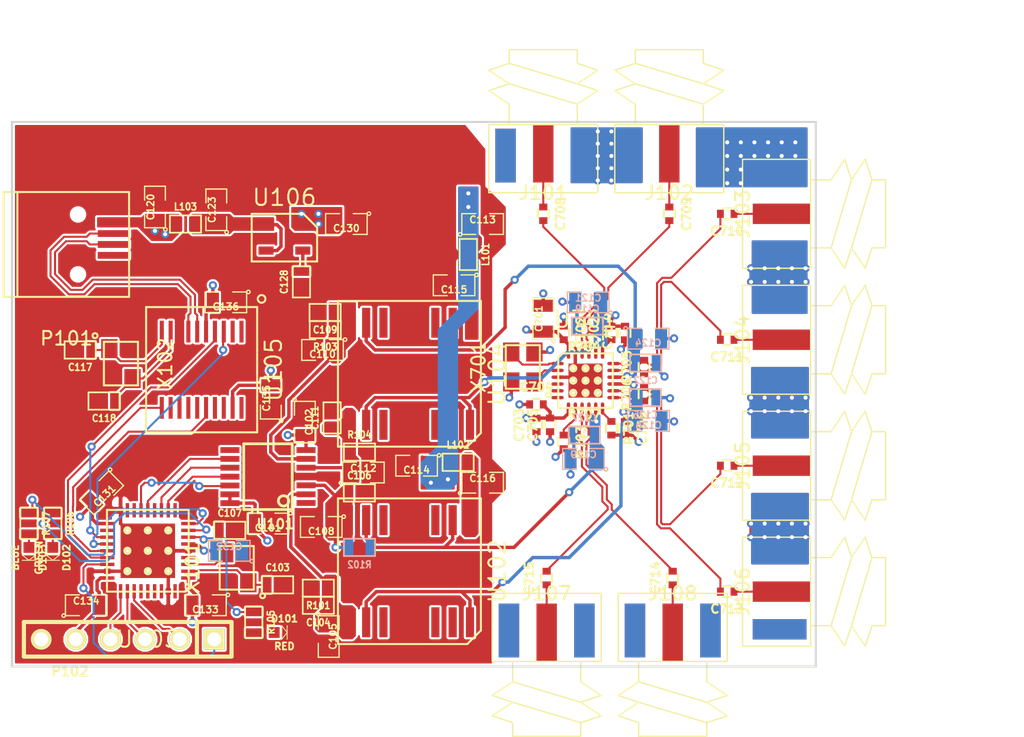
<source format=kicad_pcb>
(kicad_pcb (version 4) (host pcbnew 4.0.5)
  (layers (0 F.Cu signal) (1 In1.Cu signal hide) (2 In2.Cu signal hide) (31 B.Cu signal) (34 B.Paste user) (35 F.Paste user) (36 B.SilkS user hide) (37 F.SilkS user) (38 B.Mask user) (39 F.Mask user) (44 Edge.Cuts user))
  (net 0 "")
  (net 1 GND)
  (net 2 +3V3)
  (net 3 "Net-(C103-Pad1)")
  (net 4 /DAC0)
  (net 5 /DAC1)
  (net 6 "Net-(C107-Pad1)")
  (net 7 /DAC2)
  (net 8 /DAC3)
  (net 9 +5V)
  (net 10 /PSU23)
  (net 11 /PSU01)
  (net 12 "Net-(C117-Pad1)")
  (net 13 "Net-(C118-Pad1)")
  (net 14 /VddO0)
  (net 15 /VddO1)
  (net 16 /VddO2)
  (net 17 /VddO3)
  (net 18 /SI5338/clk0_1_P)
  (net 19 /SI5338/CLK0_P)
  (net 20 /SI5338/clk0_1_N)
  (net 21 /SI5338/CLK0_N)
  (net 22 /SI5338/clk1_1_P)
  (net 23 /SI5338/CLK1_P)
  (net 24 /SI5338/clk1_1_N)
  (net 25 /SI5338/CLK1_N)
  (net 26 /SI5338/clk2_1_P)
  (net 27 /SI5338/CLK2_P)
  (net 28 /SI5338/clk2_1_N)
  (net 29 /SI5338/CLK2_N)
  (net 30 /SI5338/clk3_1_P)
  (net 31 /SI5338/CLK3_N)
  (net 32 /SI5338/clk3_1_N)
  (net 33 /SI5338/CLK3_P)
  (net 34 /SCL)
  (net 35 /SDA)
  (net 36 /5338_INT)
  (net 37 "Net-(U103-Pad4)")
  (net 38 "Net-(U103-Pad10)")
  (net 39 /CS_DAC)
  (net 40 /SCK_DAC)
  (net 41 /MOSI_DAC)
  (net 42 /CLR_DAC)
  (net 43 "Net-(U103-Pad16)")
  (net 44 "Net-(U103-Pad17)")
  (net 45 "Net-(U103-Pad20)")
  (net 46 /US1_TX)
  (net 47 /US1_RX)
  (net 48 /US1_CTS)
  (net 49 /US1_RTS)
  (net 50 "Net-(U103-Pad31)")
  (net 51 "Net-(U103-Pad32)")
  (net 52 "Net-(U701-Pad1)")
  (net 53 "Net-(U701-Pad2)")
  (net 54 "Net-(U701-Pad5)")
  (net 55 /D_N)
  (net 56 /D_P)
  (net 57 "Net-(P101-Pad4)")
  (net 58 "Net-(U101-Pad1)")
  (net 59 "Net-(U101-Pad8)")
  (net 60 "Net-(U102-Pad3)")
  (net 61 "Net-(U102-Pad6)")
  (net 62 "Net-(U104-Pad3)")
  (net 63 "Net-(U104-Pad6)")
  (net 64 "Net-(U105-Pad20)")
  (net 65 "Net-(U105-Pad1)")
  (net 66 "Net-(U105-Pad2)")
  (net 67 "Net-(U105-Pad18)")
  (net 68 "Net-(U105-Pad17)")
  (net 69 "Net-(U105-Pad15)")
  (net 70 "Net-(U105-Pad14)")
  (net 71 "Net-(U105-Pad13)")
  (net 72 "Net-(U105-Pad12)")
  (net 73 "Net-(U102-Pad15)")
  (net 74 "Net-(U102-Pad14)")
  (net 75 "Net-(U102-Pad11)")
  (net 76 "Net-(U104-Pad15)")
  (net 77 "Net-(U104-Pad14)")
  (net 78 "Net-(U104-Pad11)")
  (net 79 "Net-(R105-Pad1)")
  (net 80 "Net-(R106-Pad1)")
  (net 81 "Net-(R107-Pad1)")
  (net 82 /TMS)
  (net 83 /TCK)
  (net 84 /TDI)
  (net 85 /TDO)
  (net 86 "Net-(D101-PadA)")
  (net 87 "Net-(D102-PadA)")
  (net 88 "Net-(D103-PadA)")
  (net 89 /5V01)
  (net 90 /L_N)
  (module QFN:QFN36_6x6_0.5mm (layer F.Cu) (at 148.975 116.5 180)
    (fp_text reference U103 (at 0 -6.5 180) (layer F.SilkS) (effects (font (size 1.2 1.2))))
    (fp_text value STM32F103TB-QFN36)
    (pad 37 smd rect (at 0 0 180) (size 4 4) (layers F.Cu F.Mask) (net 1 GND))
    (pad 37 thru_hole circle (at -1.5 -1.5 180) (size 0.6 0.6) (drill 0.2) (layers *.Cu *.Mask F.SilkS) (net 1 GND))
    (pad 37 thru_hole circle (at -1.5 0 180) (size 0.6 0.6) (drill 0.2) (layers *.Cu *.Mask F.SilkS) (net 1 GND))
    (pad 37 thru_hole circle (at -1.5 1.5 180) (size 0.6 0.6) (drill 0.2) (layers *.Cu *.Mask F.SilkS) (net 1 GND))
    (pad 37 thru_hole circle (at 0 -1.5 180) (size 0.6 0.6) (drill 0.2) (layers *.Cu *.Mask F.SilkS) (net 1 GND))
    (pad 37 thru_hole circle (at 0 0 180) (size 0.6 0.6) (drill 0.2) (layers *.Cu *.Mask F.SilkS) (net 1 GND))
    (pad 37 thru_hole circle (at 0 1.5 180) (size 0.6 0.6) (drill 0.2) (layers *.Cu *.Mask F.SilkS) (net 1 GND))
    (pad 37 thru_hole circle (at 1.5 -1.5 180) (size 0.6 0.6) (drill 0.2) (layers *.Cu *.Mask F.SilkS) (net 1 GND))
    (pad 37 thru_hole circle (at 1.5 0 180) (size 0.6 0.6) (drill 0.2) (layers *.Cu *.Mask F.SilkS) (net 1 GND))
    (pad 37 thru_hole circle (at 1.5 1.5 180) (size 0.6 0.6) (drill 0.2) (layers *.Cu *.Mask F.SilkS) (net 1 GND))
    (pad 1 smd rect (at -2.975 -2 180) (size 1.05 0.25) (layers F.Cu F.Paste F.Mask) (net 2 +3V3))
    (pad 2 smd rect (at -2.975 -1.5 180) (size 1.05 0.25) (layers F.Cu F.Paste F.Mask) (net 3 "Net-(C103-Pad1)"))
    (pad 3 smd rect (at -2.975 -1 180) (size 1.05 0.25) (layers F.Cu F.Paste F.Mask) (net 6 "Net-(C107-Pad1)"))
    (pad 4 smd rect (at -2.975 -0.5 180) (size 1.05 0.25) (layers F.Cu F.Paste F.Mask) (net 37 "Net-(U103-Pad4)"))
    (pad 5 smd rect (at -2.975 0 180) (size 1.05 0.25) (layers F.Cu F.Paste F.Mask) (net 1 GND))
    (pad 6 smd rect (at -2.975 0.5 180) (size 1.05 0.25) (layers F.Cu F.Paste F.Mask) (net 2 +3V3))
    (pad 7 smd rect (at -2.975 1 180) (size 1.05 0.25) (layers F.Cu F.Paste F.Mask) (net 79 "Net-(R105-Pad1)"))
    (pad 8 smd rect (at -2.975 1.5 180) (size 1.05 0.25) (layers F.Cu F.Paste F.Mask) (net 80 "Net-(R106-Pad1)"))
    (pad 9 smd rect (at -2.975 2 180) (size 1.05 0.25) (layers F.Cu F.Paste F.Mask) (net 81 "Net-(R107-Pad1)"))
    (pad 10 smd rect (at -2 2.975 180) (size 0.25 1.05) (layers F.Cu F.Paste F.Mask) (net 38 "Net-(U103-Pad10)"))
    (pad 11 smd rect (at -1.5 2.975 180) (size 0.25 1.05) (layers F.Cu F.Paste F.Mask) (net 39 /CS_DAC))
    (pad 12 smd rect (at -1 2.975 180) (size 0.25 1.05) (layers F.Cu F.Paste F.Mask) (net 40 /SCK_DAC))
    (pad 13 smd rect (at -0.5 2.975 180) (size 0.25 1.05) (layers F.Cu F.Paste F.Mask) (net 36 /5338_INT))
    (pad 14 smd rect (at 0 2.975 180) (size 0.25 1.05) (layers F.Cu F.Paste F.Mask) (net 41 /MOSI_DAC))
    (pad 15 smd rect (at 0.5 2.975 180) (size 0.25 1.05) (layers F.Cu F.Paste F.Mask) (net 42 /CLR_DAC))
    (pad 16 smd rect (at 1 2.975 180) (size 0.25 1.05) (layers F.Cu F.Paste F.Mask) (net 43 "Net-(U103-Pad16)"))
    (pad 17 smd rect (at 1.5 2.975 180) (size 0.25 1.05) (layers F.Cu F.Paste F.Mask) (net 44 "Net-(U103-Pad17)"))
    (pad 18 smd rect (at 2 2.975 180) (size 0.25 1.05) (layers F.Cu F.Paste F.Mask) (net 1 GND))
    (pad 19 smd rect (at 2.975 2 180) (size 1.05 0.25) (layers F.Cu F.Paste F.Mask) (net 2 +3V3))
    (pad 20 smd rect (at 2.975 1.5 180) (size 1.05 0.25) (layers F.Cu F.Paste F.Mask) (net 45 "Net-(U103-Pad20)"))
    (pad 21 smd rect (at 2.975 1 180) (size 1.05 0.25) (layers F.Cu F.Paste F.Mask) (net 46 /US1_TX))
    (pad 22 smd rect (at 2.975 0.5 180) (size 1.05 0.25) (layers F.Cu F.Paste F.Mask) (net 47 /US1_RX))
    (pad 23 smd rect (at 2.975 0 180) (size 1.05 0.25) (layers F.Cu F.Paste F.Mask) (net 48 /US1_CTS))
    (pad 24 smd rect (at 2.975 -0.5 180) (size 1.05 0.25) (layers F.Cu F.Paste F.Mask) (net 49 /US1_RTS))
    (pad 25 smd rect (at 2.975 -1 180) (size 1.05 0.25) (layers F.Cu F.Paste F.Mask) (net 82 /TMS))
    (pad 26 smd rect (at 2.975 -1.5 180) (size 1.05 0.25) (layers F.Cu F.Paste F.Mask) (net 1 GND))
    (pad 27 smd rect (at 2.975 -2 180) (size 1.05 0.25) (layers F.Cu F.Paste F.Mask) (net 2 +3V3))
    (pad 28 smd rect (at 2 -2.975 180) (size 0.25 1.05) (layers F.Cu F.Paste F.Mask) (net 83 /TCK))
    (pad 29 smd rect (at 1.5 -2.975 180) (size 0.25 1.05) (layers F.Cu F.Paste F.Mask) (net 84 /TDI))
    (pad 30 smd rect (at 1 -2.975 180) (size 0.25 1.05) (layers F.Cu F.Paste F.Mask) (net 85 /TDO))
    (pad 31 smd rect (at 0.5 -2.975 180) (size 0.25 1.05) (layers F.Cu F.Paste F.Mask) (net 50 "Net-(U103-Pad31)"))
    (pad 32 smd rect (at 0 -2.975 180) (size 0.25 1.05) (layers F.Cu F.Paste F.Mask) (net 51 "Net-(U103-Pad32)"))
    (pad 33 smd rect (at -0.5 -2.975 180) (size 0.25 1.05) (layers F.Cu F.Paste F.Mask) (net 34 /SCL))
    (pad 34 smd rect (at -1 -2.975 180) (size 0.25 1.05) (layers F.Cu F.Paste F.Mask) (net 35 /SDA))
    (pad 35 smd rect (at -1.5 -2.975 180) (size 0.25 1.05) (layers F.Cu F.Paste F.Mask) (net 1 GND))
    (pad 36 smd rect (at -2 -2.975 180) (size 0.25 1.05) (layers F.Cu F.Paste F.Mask) (net 1 GND) (thermal_gap 0.15))
  )
  (module QFN:QFN24_4x4_9vias (layer F.Cu) (at 181.1 104)
    (fp_text reference U701 (at 0 -4.5) (layer F.SilkS) (effects (font (size 1.2 1.2))))
    (fp_text value Si5338)
    (pad 25 smd rect (at 0 0) (size 2.5 2.5) (layers F.Cu F.Mask) (net 1 GND))
    (pad 25 thru_hole circle (at -0.9 -0.9) (size 0.6 0.6) (drill 0.2) (layers *.Cu *.Mask F.SilkS) (net 1 GND))
    (pad 25 thru_hole circle (at -0.9 0) (size 0.6 0.6) (drill 0.2) (layers *.Cu *.Mask F.SilkS) (net 1 GND))
    (pad 25 thru_hole circle (at -0.9 0.9) (size 0.6 0.6) (drill 0.2) (layers *.Cu *.Mask F.SilkS) (net 1 GND))
    (pad 25 thru_hole circle (at 0 -0.9) (size 0.6 0.6) (drill 0.2) (layers *.Cu *.Mask F.SilkS) (net 1 GND))
    (pad 25 thru_hole circle (at 0 0) (size 0.6 0.6) (drill 0.2) (layers *.Cu *.Mask F.SilkS) (net 1 GND))
    (pad 25 thru_hole circle (at 0 0.9) (size 0.6 0.6) (drill 0.2) (layers *.Cu *.Mask F.SilkS) (net 1 GND))
    (pad 25 thru_hole circle (at 0.9 -0.9) (size 0.6 0.6) (drill 0.2) (layers *.Cu *.Mask F.SilkS) (net 1 GND))
    (pad 25 thru_hole circle (at 0.9 0) (size 0.6 0.6) (drill 0.2) (layers *.Cu *.Mask F.SilkS) (net 1 GND))
    (pad 25 thru_hole circle (at 0.9 0.9) (size 0.6 0.6) (drill 0.2) (layers *.Cu *.Mask F.SilkS) (net 1 GND))
    (pad 1 smd oval (at -2.05 -1.25) (size 0.9 0.25) (layers F.Cu F.Paste F.Mask) (net 52 "Net-(U701-Pad1)"))
    (pad 2 smd oval (at -2.05 -0.75) (size 0.9 0.25) (layers F.Cu F.Paste F.Mask) (net 53 "Net-(U701-Pad2)"))
    (pad 3 smd oval (at -2.05 -0.25) (size 0.9 0.25) (layers F.Cu F.Paste F.Mask) (net 1 GND))
    (pad 4 smd oval (at -2.05 0.25) (size 0.9 0.25) (layers F.Cu F.Paste F.Mask) (net 1 GND))
    (pad 5 smd oval (at -2.05 0.75) (size 0.9 0.25) (layers F.Cu F.Paste F.Mask) (net 54 "Net-(U701-Pad5)"))
    (pad 6 smd oval (at -2.05 1.25) (size 0.9 0.25) (layers F.Cu F.Paste F.Mask) (net 1 GND))
    (pad 7 smd oval (at -1.25 2.05) (size 0.25 0.9) (layers F.Cu F.Paste F.Mask) (net 2 +3V3))
    (pad 8 smd oval (at -0.75 2.05) (size 0.25 0.9) (layers F.Cu F.Paste F.Mask) (net 36 /5338_INT))
    (pad 9 smd oval (at -0.25 2.05) (size 0.25 0.9) (layers F.Cu F.Paste F.Mask) (net 32 /SI5338/clk3_1_N))
    (pad 10 smd oval (at 0.25 2.05) (size 0.25 0.9) (layers F.Cu F.Paste F.Mask) (net 30 /SI5338/clk3_1_P))
    (pad 11 smd oval (at 0.75 2.05) (size 0.25 0.9) (layers F.Cu F.Paste F.Mask) (net 17 /VddO3))
    (pad 12 smd oval (at 1.25 2.05) (size 0.25 0.9) (layers F.Cu F.Paste F.Mask) (net 34 /SCL))
    (pad 13 smd oval (at 2.05 1.25) (size 0.9 0.25) (layers F.Cu F.Paste F.Mask) (net 28 /SI5338/clk2_1_N))
    (pad 14 smd oval (at 2.05 0.75) (size 0.9 0.25) (layers F.Cu F.Paste F.Mask) (net 26 /SI5338/clk2_1_P))
    (pad 15 smd oval (at 2.05 0.25) (size 0.9 0.25) (layers F.Cu F.Paste F.Mask) (net 16 /VddO2))
    (pad 16 smd oval (at 2.05 -0.25) (size 0.9 0.25) (layers F.Cu F.Paste F.Mask) (net 15 /VddO1))
    (pad 17 smd oval (at 2.05 -0.75) (size 0.9 0.25) (layers F.Cu F.Paste F.Mask) (net 24 /SI5338/clk1_1_N))
    (pad 18 smd oval (at 2.05 -1.25) (size 0.9 0.25) (layers F.Cu F.Paste F.Mask) (net 22 /SI5338/clk1_1_P))
    (pad 19 smd oval (at 1.25 -2.05) (size 0.25 0.9) (layers F.Cu F.Paste F.Mask) (net 35 /SDA))
    (pad 20 smd oval (at 0.75 -2.05) (size 0.25 0.9) (layers F.Cu F.Paste F.Mask) (net 14 /VddO0))
    (pad 21 smd oval (at 0.25 -2.05) (size 0.25 0.9) (layers F.Cu F.Paste F.Mask) (net 20 /SI5338/clk0_1_N))
    (pad 22 smd oval (at -0.25 -2.05) (size 0.25 0.9) (layers F.Cu F.Paste F.Mask) (net 18 /SI5338/clk0_1_P))
    (pad 23 smd oval (at -0.75 -2.05) (size 0.25 0.9) (layers F.Cu F.Paste F.Mask) (net 1 GND))
    (pad 24 smd oval (at -1.25 -2.05) (size 0.25 0.9) (layers F.Cu F.Paste F.Mask) (net 2 +3V3))
  )
  (module Xtal_SMD:xtal_3.2x2.5 (layer F.Cu) (at 176.5 103 90)
    (fp_text reference X701 (at 0 -3.25 90) (layer F.SilkS))
    (fp_text value 25MHz hide)
    (pad 1 smd rect (at -1.1 0.85 90) (size 1.4 1.2) (layers F.Cu F.Paste F.Mask) (net 53 "Net-(U701-Pad2)"))
    (pad 2 smd rect (at 1.1 0.85 90) (size 1.4 1.2) (layers F.Cu F.Paste F.Mask) (net 1 GND))
    (pad 3 smd rect (at 1.1 -0.85 90) (size 1.4 1.2) (layers F.Cu F.Paste F.Mask) (net 52 "Net-(U701-Pad1)"))
    (pad 4 smd rect (at -1.1 -0.85 90) (size 1.4 1.2) (layers F.Cu F.Paste F.Mask) (net 1 GND))
  )
  (module Connectors:USB_Mini-B (layer F.Cu) (at 143 94)
    (fp_text reference P101 (at 0 6.90118) (layer F.SilkS))
    (fp_text value USB_OTG)
    (pad 1 smd rect (at 3.44932 -1.6002) (size 2.30124 0.50038) (layers F.Cu F.Paste F.Mask) (net 9 +5V))
    (pad 2 smd rect (at 3.44932 -0.8001) (size 2.30124 0.50038) (layers F.Cu F.Paste F.Mask) (net 55 /D_N))
    (pad 3 smd rect (at 3.44932 0) (size 2.30124 0.50038) (layers F.Cu F.Paste F.Mask) (net 56 /D_P))
    (pad 4 smd rect (at 3.44932 0.8001) (size 2.30124 0.50038) (layers F.Cu F.Paste F.Mask) (net 57 "Net-(P101-Pad4)"))
    (pad 5 smd rect (at 3.44932 1.6002) (size 2.30124 0.50038) (layers F.Cu F.Paste F.Mask) (net 1 GND))
    (pad 6 smd rect (at 3.35026 -4.45008) (size 2.49936 1.99898) (layers F.Cu F.Paste F.Mask) (net 1 GND))
    (pad 6 smd rect (at -2.14884 -4.45008) (size 2.49936 1.99898) (layers F.Cu F.Paste F.Mask) (net 1 GND))
    (pad 6 smd rect (at 3.35026 4.45008) (size 2.49936 1.99898) (layers F.Cu F.Paste F.Mask) (net 1 GND))
    (pad 6 smd rect (at -2.14884 4.45008) (size 2.49936 1.99898) (layers F.Cu F.Paste F.Mask) (net 1 GND))
    (pad "" np_thru_hole circle (at 0.8509 -2.19964) (size 0.89916 0.89916) (drill 0.89916) (layers *.Cu *.Mask))
    (pad "" np_thru_hole circle (at 0.8509 2.19964) (size 0.89916 0.89916) (drill 0.89916) (layers *.Cu *.Mask))
  )
  (module SSOP:SSOP14 (layer F.Cu) (at 157.794 111.0569 90)
    (fp_text reference U101 (at -3.48 0.54 360) (layer F.SilkS) (effects (font (size 0.7 0.7) (thickness 0.152))))
    (fp_text value MAX5713/4/5-TSSOP14 hide)
    (pad 1 smd rect (at -1.9304 2.794 90) (size 0.4318 1.397) (layers F.Cu F.Paste F.Mask) (net 58 "Net-(U101-Pad1)"))
    (pad 2 smd rect (at -1.2954 2.794 90) (size 0.4318 1.397) (layers F.Cu F.Paste F.Mask) (net 4 /DAC0))
    (pad 3 smd rect (at -0.635 2.794 90) (size 0.4318 1.397) (layers F.Cu F.Paste F.Mask) (net 5 /DAC1))
    (pad 4 smd rect (at 0 2.794 90) (size 0.4318 1.397) (layers F.Cu F.Paste F.Mask) (net 1 GND))
    (pad 5 smd rect (at 0.6604 2.794 90) (size 0.4318 1.397) (layers F.Cu F.Paste F.Mask) (net 8 /DAC3))
    (pad 6 smd rect (at 1.3081 2.794 90) (size 0.4318 1.397) (layers F.Cu F.Paste F.Mask) (net 7 /DAC2))
    (pad 7 smd rect (at 1.9558 2.794 90) (size 0.4318 1.397) (layers F.Cu F.Paste F.Mask) (net 2 +3V3))
    (pad 8 smd rect (at 1.9558 -2.794 90) (size 0.4318 1.397) (layers F.Cu F.Paste F.Mask) (net 59 "Net-(U101-Pad8)"))
    (pad 9 smd rect (at 1.3081 -2.794 90) (size 0.4318 1.397) (layers F.Cu F.Paste F.Mask) (net 41 /MOSI_DAC))
    (pad 10 smd rect (at 0.6604 -2.794 90) (size 0.4318 1.397) (layers F.Cu F.Paste F.Mask) (net 40 /SCK_DAC))
    (pad 11 smd rect (at 0 -2.794 90) (size 0.4318 1.397) (layers F.Cu F.Paste F.Mask) (net 39 /CS_DAC))
    (pad 12 smd rect (at -0.6477 -2.794 90) (size 0.4318 1.397) (layers F.Cu F.Paste F.Mask) (net 42 /CLR_DAC))
    (pad 13 smd rect (at -1.2954 -2.794 90) (size 0.4318 1.397) (layers F.Cu F.Paste F.Mask) (net 2 +3V3))
    (pad 14 smd rect (at -1.9431 -2.794 90) (size 0.4318 1.397) (layers F.Cu F.Paste F.Mask) (net 2 +3V3))
  )
  (module SOIC:SOIC-16-10.3x7.5 (layer F.Cu) (at 168.175 118 180)
    (fp_text reference U102 (at -6.445 0 270) (layer F.SilkS) (effects (font (size 1.2 1.2))))
    (fp_text value TCA0372BDW-SOIC16)
    (pad 16 smd rect (at -4.445 -3.75 180) (size 0.6 2.2) (layers F.Cu F.Paste F.Mask) (net 16 /VddO2))
    (pad 1 smd rect (at -4.445 3.75 180) (size 0.6 2.2) (layers F.Cu F.Paste F.Mask) (net 11 /PSU01))
    (pad 15 smd rect (at -3.175 -3.75 180) (size 0.6 2.2) (layers F.Cu F.Paste F.Mask) (net 73 "Net-(U102-Pad15)"))
    (pad 2 smd rect (at -3.175 3.75 180) (size 0.6 2.2) (layers F.Cu F.Paste F.Mask) (net 17 /VddO3))
    (pad 14 smd rect (at -1.905 -3.75 180) (size 0.6 2.2) (layers F.Cu F.Paste F.Mask) (net 74 "Net-(U102-Pad14)"))
    (pad 3 smd rect (at -1.905 3.75 180) (size 0.6 2.2) (layers F.Cu F.Paste F.Mask) (net 60 "Net-(U102-Pad3)"))
    (pad 13 smd rect (at -0.635 -3.75 180) (size 0.6 2.2) (layers F.Cu F.Paste F.Mask) (net 1 GND))
    (pad 4 smd rect (at -0.635 3.75 180) (size 0.6 2.2) (layers F.Cu F.Paste F.Mask) (net 1 GND))
    (pad 12 smd rect (at 0.635 -3.75 180) (size 0.6 2.2) (layers F.Cu F.Paste F.Mask) (net 1 GND))
    (pad 5 smd rect (at 0.635 3.75 180) (size 0.6 2.2) (layers F.Cu F.Paste F.Mask) (net 1 GND))
    (pad 11 smd rect (at 1.905 -3.75 180) (size 0.6 2.2) (layers F.Cu F.Paste F.Mask) (net 75 "Net-(U102-Pad11)"))
    (pad 6 smd rect (at 1.905 3.75 180) (size 0.6 2.2) (layers F.Cu F.Paste F.Mask) (net 61 "Net-(U102-Pad6)"))
    (pad 10 smd rect (at 3.175 -3.75 180) (size 0.6 2.2) (layers F.Cu F.Paste F.Mask) (net 16 /VddO2))
    (pad 7 smd rect (at 3.175 3.75 180) (size 0.6 2.2) (layers F.Cu F.Paste F.Mask) (net 17 /VddO3))
    (pad 9 smd rect (at 4.445 -3.75 180) (size 0.6 2.2) (layers F.Cu F.Paste F.Mask) (net 4 /DAC0))
    (pad 8 smd rect (at 4.445 3.75 180) (size 0.6 2.2) (layers F.Cu F.Paste F.Mask) (net 5 /DAC1))
  )
  (module SOIC:SOIC-16-10.3x7.5 (layer F.Cu) (at 168.175 103.5 180)
    (fp_text reference U104 (at -6.445 0 270) (layer F.SilkS) (effects (font (size 1.2 1.2))))
    (fp_text value TCA0372BDW-SOIC16)
    (pad 16 smd rect (at -4.445 -3.75 180) (size 0.6 2.2) (layers F.Cu F.Paste F.Mask) (net 14 /VddO0))
    (pad 1 smd rect (at -4.445 3.75 180) (size 0.6 2.2) (layers F.Cu F.Paste F.Mask) (net 10 /PSU23))
    (pad 15 smd rect (at -3.175 -3.75 180) (size 0.6 2.2) (layers F.Cu F.Paste F.Mask) (net 76 "Net-(U104-Pad15)"))
    (pad 2 smd rect (at -3.175 3.75 180) (size 0.6 2.2) (layers F.Cu F.Paste F.Mask) (net 15 /VddO1))
    (pad 14 smd rect (at -1.905 -3.75 180) (size 0.6 2.2) (layers F.Cu F.Paste F.Mask) (net 77 "Net-(U104-Pad14)"))
    (pad 3 smd rect (at -1.905 3.75 180) (size 0.6 2.2) (layers F.Cu F.Paste F.Mask) (net 62 "Net-(U104-Pad3)"))
    (pad 13 smd rect (at -0.635 -3.75 180) (size 0.6 2.2) (layers F.Cu F.Paste F.Mask) (net 1 GND))
    (pad 4 smd rect (at -0.635 3.75 180) (size 0.6 2.2) (layers F.Cu F.Paste F.Mask) (net 1 GND))
    (pad 12 smd rect (at 0.635 -3.75 180) (size 0.6 2.2) (layers F.Cu F.Paste F.Mask) (net 1 GND))
    (pad 5 smd rect (at 0.635 3.75 180) (size 0.6 2.2) (layers F.Cu F.Paste F.Mask) (net 1 GND))
    (pad 11 smd rect (at 1.905 -3.75 180) (size 0.6 2.2) (layers F.Cu F.Paste F.Mask) (net 78 "Net-(U104-Pad11)"))
    (pad 6 smd rect (at 1.905 3.75 180) (size 0.6 2.2) (layers F.Cu F.Paste F.Mask) (net 63 "Net-(U104-Pad6)"))
    (pad 10 smd rect (at 3.175 -3.75 180) (size 0.6 2.2) (layers F.Cu F.Paste F.Mask) (net 14 /VddO0))
    (pad 7 smd rect (at 3.175 3.75 180) (size 0.6 2.2) (layers F.Cu F.Paste F.Mask) (net 15 /VddO1))
    (pad 9 smd rect (at 4.445 -3.75 180) (size 0.6 2.2) (layers F.Cu F.Paste F.Mask) (net 8 /DAC3))
    (pad 8 smd rect (at 4.445 3.75 180) (size 0.6 2.2) (layers F.Cu F.Paste F.Mask) (net 7 /DAC2))
  )
  (module SSOP:SSOP-20 (layer F.Cu) (at 152.925 103.2 180)
    (fp_text reference U105 (at -5.275 0 270) (layer F.SilkS) (effects (font (size 1.2 1.2))))
    (fp_text value CH340T-SSOP20)
    (pad 20 smd rect (at -2.925 -2.8 180) (size 0.3 1.6) (layers F.Cu F.Paste F.Mask) (net 64 "Net-(U105-Pad20)"))
    (pad 1 smd rect (at -2.925 2.8 180) (size 0.3 1.6) (layers F.Cu F.Paste F.Mask) (net 65 "Net-(U105-Pad1)"))
    (pad 19 smd rect (at -2.275 -2.8 180) (size 0.3 1.6) (layers F.Cu F.Paste F.Mask) (net 2 +3V3))
    (pad 2 smd rect (at -2.275 2.8 180) (size 0.3 1.6) (layers F.Cu F.Paste F.Mask) (net 66 "Net-(U105-Pad2)"))
    (pad 18 smd rect (at -1.625 -2.8 180) (size 0.3 1.6) (layers F.Cu F.Paste F.Mask) (net 67 "Net-(U105-Pad18)"))
    (pad 3 smd rect (at -1.625 2.8 180) (size 0.3 1.6) (layers F.Cu F.Paste F.Mask) (net 47 /US1_RX))
    (pad 17 smd rect (at -0.975 -2.8 180) (size 0.3 1.6) (layers F.Cu F.Paste F.Mask) (net 68 "Net-(U105-Pad17)"))
    (pad 4 smd rect (at -0.975 2.8 180) (size 0.3 1.6) (layers F.Cu F.Paste F.Mask) (net 46 /US1_TX))
    (pad 16 smd rect (at -0.325 -2.8 180) (size 0.3 1.6) (layers F.Cu F.Paste F.Mask) (net 48 /US1_CTS))
    (pad 5 smd rect (at -0.325 2.8 180) (size 0.3 1.6) (layers F.Cu F.Paste F.Mask) (net 2 +3V3))
    (pad 15 smd rect (at 0.325 -2.8 180) (size 0.3 1.6) (layers F.Cu F.Paste F.Mask) (net 69 "Net-(U105-Pad15)"))
    (pad 6 smd rect (at 0.325 2.8 180) (size 0.3 1.6) (layers F.Cu F.Paste F.Mask) (net 56 /D_P))
    (pad 14 smd rect (at 0.975 -2.8 180) (size 0.3 1.6) (layers F.Cu F.Paste F.Mask) (net 70 "Net-(U105-Pad14)"))
    (pad 7 smd rect (at 0.975 2.8 180) (size 0.3 1.6) (layers F.Cu F.Paste F.Mask) (net 55 /D_N))
    (pad 13 smd rect (at 1.625 -2.8 180) (size 0.3 1.6) (layers F.Cu F.Paste F.Mask) (net 71 "Net-(U105-Pad13)"))
    (pad 8 smd rect (at 1.625 2.8 180) (size 0.3 1.6) (layers F.Cu F.Paste F.Mask) (net 1 GND))
    (pad 12 smd rect (at 2.275 -2.8 180) (size 0.3 1.6) (layers F.Cu F.Paste F.Mask) (net 72 "Net-(U105-Pad12)"))
    (pad 9 smd rect (at 2.275 2.8 180) (size 0.3 1.6) (layers F.Cu F.Paste F.Mask) (net 13 "Net-(C118-Pad1)"))
    (pad 11 smd rect (at 2.925 -2.8 180) (size 0.3 1.6) (layers F.Cu F.Paste F.Mask) (net 49 /US1_RTS))
    (pad 10 smd rect (at 2.925 2.8 180) (size 0.3 1.6) (layers F.Cu F.Paste F.Mask) (net 12 "Net-(C117-Pad1)"))
  )
  (module Xtal_SMD:xtal_3.2x2.5 (layer F.Cu) (at 155.5 117.75 90)
    (fp_text reference X101 (at 0 -3.25 90) (layer F.SilkS))
    (fp_text value 8MHz hide)
    (pad 1 smd rect (at -1.1 0.85 90) (size 1.4 1.2) (layers F.Cu F.Paste F.Mask) (net 3 "Net-(C103-Pad1)"))
    (pad 2 smd rect (at 1.1 0.85 90) (size 1.4 1.2) (layers F.Cu F.Paste F.Mask) (net 1 GND))
    (pad 3 smd rect (at 1.1 -0.85 90) (size 1.4 1.2) (layers F.Cu F.Paste F.Mask) (net 6 "Net-(C107-Pad1)"))
    (pad 4 smd rect (at -1.1 -0.85 90) (size 1.4 1.2) (layers F.Cu F.Paste F.Mask) (net 1 GND))
  )
  (module Xtal_SMD:xtal_3.2x2.5 (layer F.Cu) (at 147 102.75 270)
    (fp_text reference X102 (at 0 -3.25 270) (layer F.SilkS))
    (fp_text value 12MHz hide)
    (pad 1 smd rect (at -1.1 0.85 270) (size 1.4 1.2) (layers F.Cu F.Paste F.Mask) (net 12 "Net-(C117-Pad1)"))
    (pad 2 smd rect (at 1.1 0.85 270) (size 1.4 1.2) (layers F.Cu F.Paste F.Mask) (net 1 GND))
    (pad 3 smd rect (at 1.1 -0.85 270) (size 1.4 1.2) (layers F.Cu F.Paste F.Mask) (net 13 "Net-(C118-Pad1)"))
    (pad 4 smd rect (at -1.1 -0.85 270) (size 1.4 1.2) (layers F.Cu F.Paste F.Mask) (net 1 GND))
  )
  (module Connectors_254mm:pin_array_6x1 (layer F.Cu) (at 147.5 123 180)
    (fp_text reference P102 (at 4.25 -2.35 180) (layer F.SilkS) (effects (font (size 0.7 0.7) (thickness 0.152))))
    (fp_text value CONN_01X06 hide)
    (pad 1 thru_hole rect (at -6.35 0 180) (size 1.524 1.524) (drill 1.016) (layers *.Cu *.Mask F.SilkS) (net 82 /TMS))
    (pad 2 thru_hole circle (at -3.81 0 180) (size 1.524 1.524) (drill 1.016) (layers *.Cu *.Mask F.SilkS) (net 85 /TDO))
    (pad 3 thru_hole circle (at -1.27 0 180) (size 1.524 1.524) (drill 1.016) (layers *.Cu *.Mask F.SilkS) (net 84 /TDI))
    (pad 4 thru_hole circle (at 1.27 0 180) (size 1.524 1.524) (drill 1.016) (layers *.Cu *.Mask F.SilkS) (net 83 /TCK))
    (pad 5 thru_hole circle (at 3.81 0 180) (size 1.524 1.524) (drill 1.016) (layers *.Cu *.Mask F.SilkS) (net 2 +3V3))
    (pad 6 thru_hole circle (at 6.35 0 180) (size 1.524 1.524) (drill 1.016) (layers *.Cu *.Mask F.SilkS) (net 1 GND))
  )
  (module General_SMD:SM0805 (layer F.Cu) (at 157.7975 114.5 180)
    (fp_text reference C101 (at 0 -0.3175 180) (layer F.SilkS) (effects (font (size 0.50038 0.50038) (thickness 0.10922))))
    (fp_text value 100n hide)
    (pad 1 smd rect (at -0.9525 0 180) (size 0.889 1.397) (layers F.Cu F.Paste F.Mask) (net 1 GND))
    (pad 2 smd rect (at 0.9525 0 180) (size 0.889 1.397) (layers F.Cu F.Paste F.Mask) (net 2 +3V3))
  )
  (module General_SMD:SM0805 (layer F.Cu) (at 160.5 107.0475 270)
    (fp_text reference C102 (at 0 -0.3175 270) (layer F.SilkS) (effects (font (size 0.50038 0.50038) (thickness 0.10922))))
    (fp_text value 100n hide)
    (pad 1 smd rect (at -0.9525 0 270) (size 0.889 1.397) (layers F.Cu F.Paste F.Mask) (net 1 GND))
    (pad 2 smd rect (at 0.9525 0 270) (size 0.889 1.397) (layers F.Cu F.Paste F.Mask) (net 2 +3V3))
  )
  (module General_SMD:SM0603 (layer F.Cu) (at 158.5 119)
    (fp_text reference C103 (at 0 -1.27) (layer F.SilkS) (effects (font (size 0.508 0.4572) (thickness 0.1143))))
    (fp_text value 10p hide)
    (pad 1 smd rect (at -0.762 0) (size 0.635 1.143) (layers F.Cu F.Paste F.Mask) (net 3 "Net-(C103-Pad1)"))
    (pad 2 smd rect (at 0.762 0) (size 0.635 1.143) (layers F.Cu F.Paste F.Mask) (net 1 GND))
  )
  (module General_SMD:SM0603 (layer F.Cu) (at 161.488 120.5 180)
    (fp_text reference C104 (at 0 -1.27 180) (layer F.SilkS) (effects (font (size 0.508 0.4572) (thickness 0.1143))))
    (fp_text value CAP_0603 hide)
    (pad 1 smd rect (at -0.762 0 180) (size 0.635 1.143) (layers F.Cu F.Paste F.Mask) (net 4 /DAC0))
    (pad 2 smd rect (at 0.762 0 180) (size 0.635 1.143) (layers F.Cu F.Paste F.Mask) (net 1 GND))
  )
  (module General_SMD:SM0805 (layer F.Cu) (at 162.25 122.7975 270)
    (fp_text reference C105 (at 0 -0.3175 270) (layer F.SilkS) (effects (font (size 0.50038 0.50038) (thickness 0.10922))))
    (fp_text value CAP_0805 hide)
    (pad 1 smd rect (at -0.9525 0 270) (size 0.889 1.397) (layers F.Cu F.Paste F.Mask) (net 4 /DAC0))
    (pad 2 smd rect (at 0.9525 0 270) (size 0.889 1.397) (layers F.Cu F.Paste F.Mask) (net 1 GND))
  )
  (module General_SMD:SM0603 (layer F.Cu) (at 164.5 112.25)
    (fp_text reference C106 (at 0 -1.27) (layer F.SilkS) (effects (font (size 0.508 0.4572) (thickness 0.1143))))
    (fp_text value CAP_0603 hide)
    (pad 1 smd rect (at -0.762 0) (size 0.635 1.143) (layers F.Cu F.Paste F.Mask) (net 5 /DAC1))
    (pad 2 smd rect (at 0.762 0) (size 0.635 1.143) (layers F.Cu F.Paste F.Mask) (net 1 GND))
  )
  (module General_SMD:SM0603 (layer F.Cu) (at 154.988 115)
    (fp_text reference C107 (at 0 -1.27) (layer F.SilkS) (effects (font (size 0.508 0.4572) (thickness 0.1143))))
    (fp_text value 10p hide)
    (pad 1 smd rect (at -0.762 0) (size 0.635 1.143) (layers F.Cu F.Paste F.Mask) (net 6 "Net-(C107-Pad1)"))
    (pad 2 smd rect (at 0.762 0) (size 0.635 1.143) (layers F.Cu F.Paste F.Mask) (net 1 GND))
  )
  (module General_SMD:SM0805 (layer F.Cu) (at 161.7025 114.75 180)
    (fp_text reference C108 (at 0 -0.3175 180) (layer F.SilkS) (effects (font (size 0.50038 0.50038) (thickness 0.10922))))
    (fp_text value CAP_0805 hide)
    (pad 1 smd rect (at -0.9525 0 180) (size 0.889 1.397) (layers F.Cu F.Paste F.Mask) (net 5 /DAC1))
    (pad 2 smd rect (at 0.9525 0 180) (size 0.889 1.397) (layers F.Cu F.Paste F.Mask) (net 1 GND))
  )
  (module General_SMD:SM0603 (layer F.Cu) (at 161.988 99 180)
    (fp_text reference C109 (at 0 -1.27 180) (layer F.SilkS) (effects (font (size 0.508 0.4572) (thickness 0.1143))))
    (fp_text value CAP_0603 hide)
    (pad 1 smd rect (at -0.762 0 180) (size 0.635 1.143) (layers F.Cu F.Paste F.Mask) (net 7 /DAC2))
    (pad 2 smd rect (at 0.762 0 180) (size 0.635 1.143) (layers F.Cu F.Paste F.Mask) (net 1 GND))
  )
  (module General_SMD:SM0805 (layer F.Cu) (at 161.7975 101.75 180)
    (fp_text reference C110 (at 0 -0.3175 180) (layer F.SilkS) (effects (font (size 0.50038 0.50038) (thickness 0.10922))))
    (fp_text value CAP_0805 hide)
    (pad 1 smd rect (at -0.9525 0 180) (size 0.889 1.397) (layers F.Cu F.Paste F.Mask) (net 7 /DAC2))
    (pad 2 smd rect (at 0.9525 0 180) (size 0.889 1.397) (layers F.Cu F.Paste F.Mask) (net 1 GND))
  )
  (module General_SMD:SM0603 (layer F.Cu) (at 162.5 106.738 90)
    (fp_text reference C111 (at 0 -1.27 90) (layer F.SilkS) (effects (font (size 0.508 0.4572) (thickness 0.1143))))
    (fp_text value CAP_0603 hide)
    (pad 1 smd rect (at -0.762 0 90) (size 0.635 1.143) (layers F.Cu F.Paste F.Mask) (net 8 /DAC3))
    (pad 2 smd rect (at 0.762 0 90) (size 0.635 1.143) (layers F.Cu F.Paste F.Mask) (net 1 GND))
  )
  (module General_SMD:SM0805 (layer F.Cu) (at 164.7975 110.75)
    (fp_text reference C112 (at 0 -0.3175) (layer F.SilkS) (effects (font (size 0.50038 0.50038) (thickness 0.10922))))
    (fp_text value CAP_0805 hide)
    (pad 1 smd rect (at -0.9525 0) (size 0.889 1.397) (layers F.Cu F.Paste F.Mask) (net 8 /DAC3))
    (pad 2 smd rect (at 0.9525 0) (size 0.889 1.397) (layers F.Cu F.Paste F.Mask) (net 1 GND))
  )
  (module General_SMD:SM0805 (layer F.Cu) (at 173.5475 92.5)
    (fp_text reference C113 (at 0 -0.3175) (layer F.SilkS) (effects (font (size 0.50038 0.50038) (thickness 0.10922))))
    (fp_text value 1u hide)
    (pad 1 smd rect (at -0.9525 0) (size 0.889 1.397) (layers F.Cu F.Paste F.Mask) (net 9 +5V))
    (pad 2 smd rect (at 0.9525 0) (size 0.889 1.397) (layers F.Cu F.Paste F.Mask) (net 1 GND))
  )
  (module General_SMD:SM0805 (layer F.Cu) (at 168.7025 110.25 180)
    (fp_text reference C114 (at 0 -0.3175 180) (layer F.SilkS) (effects (font (size 0.50038 0.50038) (thickness 0.10922))))
    (fp_text value 1u hide)
    (pad 1 smd rect (at -0.9525 0 180) (size 0.889 1.397) (layers F.Cu F.Paste F.Mask) (net 9 +5V))
    (pad 2 smd rect (at 0.9525 0 180) (size 0.889 1.397) (layers F.Cu F.Paste F.Mask) (net 1 GND))
  )
  (module General_SMD:SM0805 (layer F.Cu) (at 171.4525 97 180)
    (fp_text reference C115 (at 0 -0.3175 180) (layer F.SilkS) (effects (font (size 0.50038 0.50038) (thickness 0.10922))))
    (fp_text value 1u hide)
    (pad 1 smd rect (at -0.9525 0 180) (size 0.889 1.397) (layers F.Cu F.Paste F.Mask) (net 10 /PSU23))
    (pad 2 smd rect (at 0.9525 0 180) (size 0.889 1.397) (layers F.Cu F.Paste F.Mask) (net 1 GND))
  )
  (module General_SMD:SM0805 (layer F.Cu) (at 173.5475 111.5)
    (fp_text reference C116 (at 0 -0.3175) (layer F.SilkS) (effects (font (size 0.50038 0.50038) (thickness 0.10922))))
    (fp_text value 1u hide)
    (pad 1 smd rect (at -0.9525 0) (size 0.889 1.397) (layers F.Cu F.Paste F.Mask) (net 11 /PSU01))
    (pad 2 smd rect (at 0.9525 0) (size 0.889 1.397) (layers F.Cu F.Paste F.Mask) (net 1 GND))
  )
  (module General_SMD:SM0603 (layer F.Cu) (at 144.012 101.75 180)
    (fp_text reference C117 (at 0 -1.27 180) (layer F.SilkS) (effects (font (size 0.508 0.4572) (thickness 0.1143))))
    (fp_text value 10p hide)
    (pad 1 smd rect (at -0.762 0 180) (size 0.635 1.143) (layers F.Cu F.Paste F.Mask) (net 12 "Net-(C117-Pad1)"))
    (pad 2 smd rect (at 0.762 0 180) (size 0.635 1.143) (layers F.Cu F.Paste F.Mask) (net 1 GND))
  )
  (module General_SMD:SM0603 (layer F.Cu) (at 145.762 105.5 180)
    (fp_text reference C118 (at 0 -1.27 180) (layer F.SilkS) (effects (font (size 0.508 0.4572) (thickness 0.1143))))
    (fp_text value 10p hide)
    (pad 1 smd rect (at -0.762 0 180) (size 0.635 1.143) (layers F.Cu F.Paste F.Mask) (net 13 "Net-(C118-Pad1)"))
    (pad 2 smd rect (at 0.762 0 180) (size 0.635 1.143) (layers F.Cu F.Paste F.Mask) (net 1 GND))
  )
  (module General_SMD:SM0603 (layer B.Cu) (at 181.238 100 180)
    (fp_text reference C119 (at 0 1.27 180) (layer B.SilkS) (effects (font (size 0.508 0.4572) (thickness 0.1143)) (justify mirror)))
    (fp_text value CAP_0603 hide)
    (pad 1 smd rect (at -0.762 0 180) (size 0.635 1.143) (layers B.Cu B.Paste B.Mask) (net 14 /VddO0))
    (pad 2 smd rect (at 0.762 0 180) (size 0.635 1.143) (layers B.Cu B.Paste B.Mask) (net 1 GND))
  )
  (module General_SMD:SM0805 (layer F.Cu) (at 149.5 91.25 90)
    (fp_text reference C120 (at 0 -0.3175 90) (layer F.SilkS) (effects (font (size 0.50038 0.50038) (thickness 0.10922))))
    (fp_text value 1u hide)
    (pad 1 smd rect (at -0.9525 0 90) (size 0.889 1.397) (layers F.Cu F.Paste F.Mask) (net 9 +5V))
    (pad 2 smd rect (at 0.9525 0 90) (size 0.889 1.397) (layers F.Cu F.Paste F.Mask) (net 1 GND))
  )
  (module General_SMD:SM0805 (layer B.Cu) (at 181.2975 98.25 180)
    (fp_text reference C121 (at 0 0.3175 180) (layer B.SilkS) (effects (font (size 0.50038 0.50038) (thickness 0.10922)) (justify mirror)))
    (fp_text value CAP_0805 hide)
    (pad 1 smd rect (at -0.9525 0 180) (size 0.889 1.397) (layers B.Cu B.Paste B.Mask) (net 14 /VddO0))
    (pad 2 smd rect (at 0.9525 0 180) (size 0.889 1.397) (layers B.Cu B.Paste B.Mask) (net 1 GND))
  )
  (module General_SMD:SM0603 (layer B.Cu) (at 185.512 102.709216)
    (fp_text reference C122 (at 0 1.27) (layer B.SilkS) (effects (font (size 0.508 0.4572) (thickness 0.1143)) (justify mirror)))
    (fp_text value CAP_0603 hide)
    (pad 1 smd rect (at -0.762 0) (size 0.635 1.143) (layers B.Cu B.Paste B.Mask) (net 15 /VddO1))
    (pad 2 smd rect (at 0.762 0) (size 0.635 1.143) (layers B.Cu B.Paste B.Mask) (net 1 GND))
  )
  (module General_SMD:SM0805 (layer F.Cu) (at 154 91.4525 90)
    (fp_text reference C123 (at 0 -0.3175 90) (layer F.SilkS) (effects (font (size 0.50038 0.50038) (thickness 0.10922))))
    (fp_text value 1u hide)
    (pad 1 smd rect (at -0.9525 0 90) (size 0.889 1.397) (layers F.Cu F.Paste F.Mask) (net 89 /5V01))
    (pad 2 smd rect (at 0.9525 0 90) (size 0.889 1.397) (layers F.Cu F.Paste F.Mask) (net 1 GND))
  )
  (module General_SMD:SM0805 (layer B.Cu) (at 185.698553 100.917685)
    (fp_text reference C124 (at 0 0.3175) (layer B.SilkS) (effects (font (size 0.50038 0.50038) (thickness 0.10922)) (justify mirror)))
    (fp_text value CAP_0805 hide)
    (pad 1 smd rect (at -0.9525 0) (size 0.889 1.397) (layers B.Cu B.Paste B.Mask) (net 15 /VddO1))
    (pad 2 smd rect (at 0.9525 0) (size 0.889 1.397) (layers B.Cu B.Paste B.Mask) (net 1 GND))
  )
  (module General_SMD:SM0603 (layer B.Cu) (at 185.488 105.25)
    (fp_text reference C125 (at 0 1.27) (layer B.SilkS) (effects (font (size 0.508 0.4572) (thickness 0.1143)) (justify mirror)))
    (fp_text value CAP_0603 hide)
    (pad 1 smd rect (at -0.762 0) (size 0.635 1.143) (layers B.Cu B.Paste B.Mask) (net 16 /VddO2))
    (pad 2 smd rect (at 0.762 0) (size 0.635 1.143) (layers B.Cu B.Paste B.Mask) (net 1 GND))
  )
  (module General_SMD:SM0805 (layer B.Cu) (at 185.728553 106.962127)
    (fp_text reference C126 (at 0 0.3175) (layer B.SilkS) (effects (font (size 0.50038 0.50038) (thickness 0.10922)) (justify mirror)))
    (fp_text value CAP_0805 hide)
    (pad 1 smd rect (at -0.9525 0) (size 0.889 1.397) (layers B.Cu B.Paste B.Mask) (net 16 /VddO2))
    (pad 2 smd rect (at 0.9525 0) (size 0.889 1.397) (layers B.Cu B.Paste B.Mask) (net 1 GND))
  )
  (module General_SMD:SM0603 (layer B.Cu) (at 181.012 108 180)
    (fp_text reference C127 (at 0 1.27 180) (layer B.SilkS) (effects (font (size 0.508 0.4572) (thickness 0.1143)) (justify mirror)))
    (fp_text value CAP_0603 hide)
    (pad 1 smd rect (at -0.762 0 180) (size 0.635 1.143) (layers B.Cu B.Paste B.Mask) (net 17 /VddO3))
    (pad 2 smd rect (at 0.762 0 180) (size 0.635 1.143) (layers B.Cu B.Paste B.Mask) (net 1 GND))
  )
  (module General_SMD:SM0603 (layer F.Cu) (at 160.25 96.75 90)
    (fp_text reference C128 (at 0 -1.27 90) (layer F.SilkS) (effects (font (size 0.508 0.4572) (thickness 0.1143))))
    (fp_text value 10n hide)
    (pad 1 smd rect (at -0.762 0 90) (size 0.635 1.143) (layers F.Cu F.Paste F.Mask) (net 1 GND))
    (pad 2 smd rect (at 0.762 0 90) (size 0.635 1.143) (layers F.Cu F.Paste F.Mask) (net 90 /L_N))
  )
  (module General_SMD:SM0805 (layer B.Cu) (at 180.9525 109.75 180)
    (fp_text reference C129 (at 0 0.3175 180) (layer B.SilkS) (effects (font (size 0.50038 0.50038) (thickness 0.10922)) (justify mirror)))
    (fp_text value CAP_0805 hide)
    (pad 1 smd rect (at -0.9525 0 180) (size 0.889 1.397) (layers B.Cu B.Paste B.Mask) (net 17 /VddO3))
    (pad 2 smd rect (at 0.9525 0 180) (size 0.889 1.397) (layers B.Cu B.Paste B.Mask) (net 1 GND))
  )
  (module General_SMD:SM0805 (layer F.Cu) (at 163.5475 92.5 180)
    (fp_text reference C130 (at 0 -0.3175 180) (layer F.SilkS) (effects (font (size 0.50038 0.50038) (thickness 0.10922))))
    (fp_text value 1u hide)
    (pad 1 smd rect (at -0.9525 0 180) (size 0.889 1.397) (layers F.Cu F.Paste F.Mask) (net 1 GND))
    (pad 2 smd rect (at 0.9525 0 180) (size 0.889 1.397) (layers F.Cu F.Paste F.Mask) (net 2 +3V3))
  )
  (module General_SMD:SM0805 (layer F.Cu) (at 178 99.4525 90)
    (fp_text reference C701 (at 0 -0.3175 90) (layer F.SilkS) (effects (font (size 0.50038 0.50038) (thickness 0.10922))))
    (fp_text value 10uF hide)
    (pad 1 smd rect (at -0.9525 0 90) (size 0.889 1.397) (layers F.Cu F.Paste F.Mask) (net 2 +3V3))
    (pad 2 smd rect (at 0.9525 0 90) (size 0.889 1.397) (layers F.Cu F.Paste F.Mask) (net 1 GND))
  )
  (module General_SMD:SM0402 (layer F.Cu) (at 179.5 100.5 90)
    (fp_text reference C702 (at 0 1.27 90) (layer F.SilkS) (effects (font (size 0.635 0.635))))
    (fp_text value 0.1u hide)
    (pad 1 smd rect (at -0.5 0 90) (size 0.5 0.6) (layers F.Cu F.Paste F.Mask) (net 2 +3V3))
    (pad 2 smd rect (at 0.5 0 90) (size 0.5 0.6) (layers F.Cu F.Paste F.Mask) (net 1 GND))
  )
  (module General_SMD:SM0402 (layer F.Cu) (at 177.5 107.25 270)
    (fp_text reference C703 (at 0 1.27 270) (layer F.SilkS) (effects (font (size 0.635 0.635))))
    (fp_text value 0.1u hide)
    (pad 1 smd rect (at -0.5 0 270) (size 0.5 0.6) (layers F.Cu F.Paste F.Mask) (net 2 +3V3))
    (pad 2 smd rect (at 0.5 0 270) (size 0.5 0.6) (layers F.Cu F.Paste F.Mask) (net 1 GND))
  )
  (module General_SMD:SM0402 (layer F.Cu) (at 177.5 105.75 180)
    (fp_text reference C704 (at 0 1.27 180) (layer F.SilkS) (effects (font (size 0.635 0.635))))
    (fp_text value 0.1u hide)
    (pad 1 smd rect (at -0.5 0 180) (size 0.5 0.6) (layers F.Cu F.Paste F.Mask) (net 2 +3V3))
    (pad 2 smd rect (at 0.5 0 180) (size 0.5 0.6) (layers F.Cu F.Paste F.Mask) (net 1 GND))
  )
  (module General_SMD:SM0402 (layer F.Cu) (at 178.5 107.25 270)
    (fp_text reference C705 (at 0 1.27 270) (layer F.SilkS) (effects (font (size 0.635 0.635))))
    (fp_text value 0.1u hide)
    (pad 1 smd rect (at -0.5 0 270) (size 0.5 0.6) (layers F.Cu F.Paste F.Mask) (net 2 +3V3))
    (pad 2 smd rect (at 0.5 0 270) (size 0.5 0.6) (layers F.Cu F.Paste F.Mask) (net 1 GND))
  )
  (module General_SMD:SM0402 (layer F.Cu) (at 184 107.5 90)
    (fp_text reference C706 (at 0 1.27 90) (layer F.SilkS) (effects (font (size 0.635 0.635))))
    (fp_text value 0.1u hide)
    (pad 1 smd rect (at -0.5 0 90) (size 0.5 0.6) (layers F.Cu F.Paste F.Mask) (net 2 +3V3))
    (pad 2 smd rect (at 0.5 0 90) (size 0.5 0.6) (layers F.Cu F.Paste F.Mask) (net 1 GND))
  )
  (module General_SMD:SM0402 (layer F.Cu) (at 184 100.5 270)
    (fp_text reference C707 (at 0 1.27 270) (layer F.SilkS) (effects (font (size 0.635 0.635))))
    (fp_text value 0.1u hide)
    (pad 1 smd rect (at -0.5 0 270) (size 0.5 0.6) (layers F.Cu F.Paste F.Mask) (net 2 +3V3))
    (pad 2 smd rect (at 0.5 0 270) (size 0.5 0.6) (layers F.Cu F.Paste F.Mask) (net 1 GND))
  )
  (module General_SMD:SM0402 (layer F.Cu) (at 178 91.75 90)
    (fp_text reference C708 (at 0 1.27 90) (layer F.SilkS) (effects (font (size 0.635 0.635))))
    (fp_text value 0.1u hide)
    (pad 1 smd rect (at -0.5 0 90) (size 0.5 0.6) (layers F.Cu F.Paste F.Mask) (net 18 /SI5338/clk0_1_P))
    (pad 2 smd rect (at 0.5 0 90) (size 0.5 0.6) (layers F.Cu F.Paste F.Mask) (net 19 /SI5338/CLK0_P))
  )
  (module General_SMD:SM0402 (layer F.Cu) (at 187.25 91.75 90)
    (fp_text reference C709 (at 0 1.27 90) (layer F.SilkS) (effects (font (size 0.635 0.635))))
    (fp_text value 0.1u hide)
    (pad 1 smd rect (at -0.5 0 90) (size 0.5 0.6) (layers F.Cu F.Paste F.Mask) (net 20 /SI5338/clk0_1_N))
    (pad 2 smd rect (at 0.5 0 90) (size 0.5 0.6) (layers F.Cu F.Paste F.Mask) (net 21 /SI5338/CLK0_N))
  )
  (module General_SMD:SM0402 (layer F.Cu) (at 191.5 91.75)
    (fp_text reference C710 (at 0 1.27) (layer F.SilkS) (effects (font (size 0.635 0.635))))
    (fp_text value 0.1u hide)
    (pad 1 smd rect (at -0.5 0) (size 0.5 0.6) (layers F.Cu F.Paste F.Mask) (net 22 /SI5338/clk1_1_P))
    (pad 2 smd rect (at 0.5 0) (size 0.5 0.6) (layers F.Cu F.Paste F.Mask) (net 23 /SI5338/CLK1_P))
  )
  (module General_SMD:SM0402 (layer F.Cu) (at 191.5 101)
    (fp_text reference C711 (at 0 1.27) (layer F.SilkS) (effects (font (size 0.635 0.635))))
    (fp_text value 0.1u hide)
    (pad 1 smd rect (at -0.5 0) (size 0.5 0.6) (layers F.Cu F.Paste F.Mask) (net 24 /SI5338/clk1_1_N))
    (pad 2 smd rect (at 0.5 0) (size 0.5 0.6) (layers F.Cu F.Paste F.Mask) (net 25 /SI5338/CLK1_N))
  )
  (module General_SMD:SM0402 (layer F.Cu) (at 191.5 110.25)
    (fp_text reference C712 (at 0 1.27) (layer F.SilkS) (effects (font (size 0.635 0.635))))
    (fp_text value 0.1u hide)
    (pad 1 smd rect (at -0.5 0) (size 0.5 0.6) (layers F.Cu F.Paste F.Mask) (net 26 /SI5338/clk2_1_P))
    (pad 2 smd rect (at 0.5 0) (size 0.5 0.6) (layers F.Cu F.Paste F.Mask) (net 27 /SI5338/CLK2_P))
  )
  (module General_SMD:SM0402 (layer F.Cu) (at 191.5 119.5)
    (fp_text reference C713 (at 0 1.27) (layer F.SilkS) (effects (font (size 0.635 0.635))))
    (fp_text value 0.1u hide)
    (pad 1 smd rect (at -0.5 0) (size 0.5 0.6) (layers F.Cu F.Paste F.Mask) (net 28 /SI5338/clk2_1_N))
    (pad 2 smd rect (at 0.5 0) (size 0.5 0.6) (layers F.Cu F.Paste F.Mask) (net 29 /SI5338/CLK2_N))
  )
  (module General_SMD:SM0402 (layer F.Cu) (at 187.5 118.5 270)
    (fp_text reference C714 (at 0 1.27 270) (layer F.SilkS) (effects (font (size 0.635 0.635))))
    (fp_text value 0.1u hide)
    (pad 1 smd rect (at -0.5 0 270) (size 0.5 0.6) (layers F.Cu F.Paste F.Mask) (net 30 /SI5338/clk3_1_P))
    (pad 2 smd rect (at 0.5 0 270) (size 0.5 0.6) (layers F.Cu F.Paste F.Mask) (net 31 /SI5338/CLK3_N))
  )
  (module General_SMD:SM0402 (layer F.Cu) (at 178.25 118.5 270)
    (fp_text reference C715 (at 0 1.27 270) (layer F.SilkS) (effects (font (size 0.635 0.635))))
    (fp_text value 0.1u hide)
    (pad 1 smd rect (at -0.5 0 270) (size 0.5 0.6) (layers F.Cu F.Paste F.Mask) (net 32 /SI5338/clk3_1_N))
    (pad 2 smd rect (at 0.5 0 270) (size 0.5 0.6) (layers F.Cu F.Paste F.Mask) (net 33 /SI5338/CLK3_P))
  )
  (module General_SMD:SM0603 (layer F.Cu) (at 172.5 94.738 270)
    (fp_text reference L101 (at 0 -1.27 270) (layer F.SilkS) (effects (font (size 0.508 0.4572) (thickness 0.1143))))
    (fp_text value IND_0603 hide)
    (pad 1 smd rect (at -0.762 0 270) (size 0.635 1.143) (layers F.Cu F.Paste F.Mask) (net 9 +5V))
    (pad 2 smd rect (at 0.762 0 270) (size 0.635 1.143) (layers F.Cu F.Paste F.Mask) (net 10 /PSU23))
  )
  (module General_SMD:SM0603 (layer F.Cu) (at 171.75 110)
    (fp_text reference L102 (at 0 -1.27) (layer F.SilkS) (effects (font (size 0.508 0.4572) (thickness 0.1143))))
    (fp_text value IND_0603 hide)
    (pad 1 smd rect (at -0.762 0) (size 0.635 1.143) (layers F.Cu F.Paste F.Mask) (net 9 +5V))
    (pad 2 smd rect (at 0.762 0) (size 0.635 1.143) (layers F.Cu F.Paste F.Mask) (net 11 /PSU01))
  )
  (module General_SMD:SM0603 (layer F.Cu) (at 151.738 92.5)
    (fp_text reference L103 (at 0 -1.27) (layer F.SilkS) (effects (font (size 0.508 0.4572) (thickness 0.1143))))
    (fp_text value IND_0603 hide)
    (pad 1 smd rect (at -0.762 0) (size 0.635 1.143) (layers F.Cu F.Paste F.Mask) (net 9 +5V))
    (pad 2 smd rect (at 0.762 0) (size 0.635 1.143) (layers F.Cu F.Paste F.Mask) (net 89 /5V01))
  )
  (module General_SMD:SM0603 (layer F.Cu) (at 161.488 119.25 180)
    (fp_text reference R101 (at 0 -1.27 180) (layer F.SilkS) (effects (font (size 0.508 0.4572) (thickness 0.1143))))
    (fp_text value 1M hide)
    (pad 1 smd rect (at -0.762 0 180) (size 0.635 1.143) (layers F.Cu F.Paste F.Mask) (net 4 /DAC0))
    (pad 2 smd rect (at 0.762 0 180) (size 0.635 1.143) (layers F.Cu F.Paste F.Mask) (net 1 GND))
  )
  (module General_SMD:SM0603 (layer B.Cu) (at 164.512 116.25)
    (fp_text reference R102 (at 0 1.27) (layer B.SilkS) (effects (font (size 0.508 0.4572) (thickness 0.1143)) (justify mirror)))
    (fp_text value 1M hide)
    (pad 1 smd rect (at -0.762 0) (size 0.635 1.143) (layers B.Cu B.Paste B.Mask) (net 5 /DAC1))
    (pad 2 smd rect (at 0.762 0) (size 0.635 1.143) (layers B.Cu B.Paste B.Mask) (net 1 GND))
  )
  (module General_SMD:SM0603 (layer F.Cu) (at 162 100.25 180)
    (fp_text reference R103 (at 0 -1.27 180) (layer F.SilkS) (effects (font (size 0.508 0.4572) (thickness 0.1143))))
    (fp_text value 1M hide)
    (pad 1 smd rect (at -0.762 0 180) (size 0.635 1.143) (layers F.Cu F.Paste F.Mask) (net 7 /DAC2))
    (pad 2 smd rect (at 0.762 0 180) (size 0.635 1.143) (layers F.Cu F.Paste F.Mask) (net 1 GND))
  )
  (module General_SMD:SM0603 (layer F.Cu) (at 164.512 109.25)
    (fp_text reference R104 (at 0 -1.27) (layer F.SilkS) (effects (font (size 0.508 0.4572) (thickness 0.1143))))
    (fp_text value 1M hide)
    (pad 1 smd rect (at -0.762 0) (size 0.635 1.143) (layers F.Cu F.Paste F.Mask) (net 8 /DAC3))
    (pad 2 smd rect (at 0.762 0) (size 0.635 1.143) (layers F.Cu F.Paste F.Mask) (net 1 GND))
  )
  (module General_SMD:SM0603 (layer F.Cu) (at 156.75 121.75 270)
    (fp_text reference R105 (at 0 -1.27 270) (layer F.SilkS) (effects (font (size 0.508 0.4572) (thickness 0.1143))))
    (fp_text value RES_0603 hide)
    (pad 1 smd rect (at -0.762 0 270) (size 0.635 1.143) (layers F.Cu F.Paste F.Mask) (net 79 "Net-(R105-Pad1)"))
    (pad 2 smd rect (at 0.762 0 270) (size 0.635 1.143) (layers F.Cu F.Paste F.Mask) (net 86 "Net-(D101-PadA)"))
  )
  (module General_SMD:SM0603 (layer F.Cu) (at 142 114.488 270)
    (fp_text reference R106 (at 0 -1.27 270) (layer F.SilkS) (effects (font (size 0.508 0.4572) (thickness 0.1143))))
    (fp_text value RES_0603 hide)
    (pad 1 smd rect (at -0.762 0 270) (size 0.635 1.143) (layers F.Cu F.Paste F.Mask) (net 80 "Net-(R106-Pad1)"))
    (pad 2 smd rect (at 0.762 0 270) (size 0.635 1.143) (layers F.Cu F.Paste F.Mask) (net 87 "Net-(D102-PadA)"))
  )
  (module General_SMD:SM0603 (layer F.Cu) (at 140.25 114.488 270)
    (fp_text reference R107 (at 0 -1.27 270) (layer F.SilkS) (effects (font (size 0.508 0.4572) (thickness 0.1143))))
    (fp_text value RES_0603 hide)
    (pad 1 smd rect (at -0.762 0 270) (size 0.635 1.143) (layers F.Cu F.Paste F.Mask) (net 81 "Net-(R107-Pad1)"))
    (pad 2 smd rect (at 0.762 0 270) (size 0.635 1.143) (layers F.Cu F.Paste F.Mask) (net 88 "Net-(D103-PadA)"))
  )
  (module General_SMD:SM0402 (layer F.Cu) (at 183 107.5 90)
    (fp_text reference R701 (at 0 1.27 90) (layer F.SilkS) (effects (font (size 0.635 0.635))))
    (fp_text value 10k hide)
    (pad 1 smd rect (at -0.5 0 90) (size 0.5 0.6) (layers F.Cu F.Paste F.Mask) (net 2 +3V3))
    (pad 2 smd rect (at 0.5 0 90) (size 0.5 0.6) (layers F.Cu F.Paste F.Mask) (net 34 /SCL))
  )
  (module General_SMD:SM0402 (layer F.Cu) (at 183 100.5 270)
    (fp_text reference R702 (at 0 1.27 270) (layer F.SilkS) (effects (font (size 0.635 0.635))))
    (fp_text value 10k hide)
    (pad 1 smd rect (at -0.5 0 270) (size 0.5 0.6) (layers F.Cu F.Paste F.Mask) (net 2 +3V3))
    (pad 2 smd rect (at 0.5 0 270) (size 0.5 0.6) (layers F.Cu F.Paste F.Mask) (net 35 /SDA))
  )
  (module General_SMD:SM0402 (layer F.Cu) (at 179.5 108.5 90)
    (fp_text reference R703 (at 0 1.27 90) (layer F.SilkS) (effects (font (size 0.635 0.635))))
    (fp_text value 4.7k hide)
    (pad 1 smd rect (at -0.5 0 90) (size 0.5 0.6) (layers F.Cu F.Paste F.Mask) (net 2 +3V3))
    (pad 2 smd rect (at 0.5 0 90) (size 0.5 0.6) (layers F.Cu F.Paste F.Mask) (net 36 /5338_INT))
  )
  (module General_SMD:SM0402 (layer F.Cu) (at 181 100.25)
    (fp_text reference R704 (at 0 1.27) (layer F.SilkS) (effects (font (size 0.635 0.635))))
    (fp_text value 100 hide)
    (pad 1 smd rect (at -0.5 0) (size 0.5 0.6) (layers F.Cu F.Paste F.Mask) (net 18 /SI5338/clk0_1_P))
    (pad 2 smd rect (at 0.5 0) (size 0.5 0.6) (layers F.Cu F.Paste F.Mask) (net 20 /SI5338/clk0_1_N))
  )
  (module General_SMD:SM0402 (layer F.Cu) (at 185.4 103 270)
    (fp_text reference R705 (at 0 1.27 270) (layer F.SilkS) (effects (font (size 0.635 0.635))))
    (fp_text value 100 hide)
    (pad 1 smd rect (at -0.5 0 270) (size 0.5 0.6) (layers F.Cu F.Paste F.Mask) (net 22 /SI5338/clk1_1_P))
    (pad 2 smd rect (at 0.5 0 270) (size 0.5 0.6) (layers F.Cu F.Paste F.Mask) (net 24 /SI5338/clk1_1_N))
  )
  (module General_SMD:SM0402 (layer F.Cu) (at 185.4 105 270)
    (fp_text reference R706 (at 0 1.27 270) (layer F.SilkS) (effects (font (size 0.635 0.635))))
    (fp_text value 100 hide)
    (pad 1 smd rect (at -0.5 0 270) (size 0.5 0.6) (layers F.Cu F.Paste F.Mask) (net 26 /SI5338/clk2_1_P))
    (pad 2 smd rect (at 0.5 0 270) (size 0.5 0.6) (layers F.Cu F.Paste F.Mask) (net 28 /SI5338/clk2_1_N))
  )
  (module General_SMD:SM0402 (layer F.Cu) (at 181 107.75 180)
    (fp_text reference R707 (at 0 1.27 180) (layer F.SilkS) (effects (font (size 0.635 0.635))))
    (fp_text value 100 hide)
    (pad 1 smd rect (at -0.5 0 180) (size 0.5 0.6) (layers F.Cu F.Paste F.Mask) (net 30 /SI5338/clk3_1_P))
    (pad 2 smd rect (at 0.5 0 180) (size 0.5 0.6) (layers F.Cu F.Paste F.Mask) (net 32 /SI5338/clk3_1_N))
  )
  (module General_SMD:LED-0603 (layer F.Cu) (at 159.0007 122.5)
    (fp_text reference D101 (at 0 -1.016) (layer F.SilkS) (effects (font (size 0.508 0.508) (thickness 0.127))))
    (fp_text value RED (at 0 1.016) (layer F.SilkS) (effects (font (size 0.508 0.508) (thickness 0.127))))
    (pad A smd rect (at -0.7493 0) (size 0.79756 0.79756) (layers F.Cu F.Paste F.Mask) (net 86 "Net-(D101-PadA)"))
    (pad K smd rect (at 0.7493 0) (size 0.79756 0.79756) (layers F.Cu F.Paste F.Mask) (net 1 GND))
  )
  (module General_SMD:LED-0603 (layer F.Cu) (at 142 117 270)
    (fp_text reference D102 (at 0 -1.016 270) (layer F.SilkS) (effects (font (size 0.508 0.508) (thickness 0.127))))
    (fp_text value GREEN (at 0 1.016 270) (layer F.SilkS) (effects (font (size 0.508 0.508) (thickness 0.127))))
    (pad A smd rect (at -0.7493 0 270) (size 0.79756 0.79756) (layers F.Cu F.Paste F.Mask) (net 87 "Net-(D102-PadA)"))
    (pad K smd rect (at 0.7493 0 270) (size 0.79756 0.79756) (layers F.Cu F.Paste F.Mask) (net 1 GND))
  )
  (module General_SMD:LED-0603 (layer F.Cu) (at 140.25 117 270)
    (fp_text reference D103 (at 0 -1.016 270) (layer F.SilkS) (effects (font (size 0.508 0.508) (thickness 0.127))))
    (fp_text value BLUE (at 0 1.016 270) (layer F.SilkS) (effects (font (size 0.508 0.508) (thickness 0.127))))
    (pad A smd rect (at -0.7493 0 270) (size 0.79756 0.79756) (layers F.Cu F.Paste F.Mask) (net 88 "Net-(D103-PadA)"))
    (pad K smd rect (at 0.7493 0 270) (size 0.79756 0.79756) (layers F.Cu F.Paste F.Mask) (net 1 GND))
  )
  (module General_SMD:SM0805 (layer F.Cu) (at 145.576481 112.25 225)
    (fp_text reference C131 (at 0 -0.3175 225) (layer F.SilkS) (effects (font (size 0.50038 0.50038) (thickness 0.10922))))
    (fp_text value 100n hide)
    (pad 1 smd rect (at -0.9525 0 225) (size 0.889 1.397) (layers F.Cu F.Paste F.Mask) (net 1 GND))
    (pad 2 smd rect (at 0.9525 0 225) (size 0.889 1.397) (layers F.Cu F.Paste F.Mask) (net 2 +3V3))
  )
  (module General_SMD:SM0805 (layer B.Cu) (at 154.9525 116.5 180)
    (fp_text reference C132 (at 0 0.3175 180) (layer B.SilkS) (effects (font (size 0.50038 0.50038) (thickness 0.10922)) (justify mirror)))
    (fp_text value 100n hide)
    (pad 1 smd rect (at -0.9525 0 180) (size 0.889 1.397) (layers B.Cu B.Paste B.Mask) (net 1 GND))
    (pad 2 smd rect (at 0.9525 0 180) (size 0.889 1.397) (layers B.Cu B.Paste B.Mask) (net 2 +3V3))
  )
  (module General_SMD:SM0805 (layer F.Cu) (at 153.2025 120.5 180)
    (fp_text reference C133 (at 0 -0.3175 180) (layer F.SilkS) (effects (font (size 0.50038 0.50038) (thickness 0.10922))))
    (fp_text value 100n hide)
    (pad 1 smd rect (at -0.9525 0 180) (size 0.889 1.397) (layers F.Cu F.Paste F.Mask) (net 1 GND))
    (pad 2 smd rect (at 0.9525 0 180) (size 0.889 1.397) (layers F.Cu F.Paste F.Mask) (net 2 +3V3))
  )
  (module General_SMD:SM0805 (layer F.Cu) (at 144.4525 120.5)
    (fp_text reference C134 (at 0 -0.3175) (layer F.SilkS) (effects (font (size 0.50038 0.50038) (thickness 0.10922))))
    (fp_text value 100n hide)
    (pad 1 smd rect (at -0.9525 0) (size 0.889 1.397) (layers F.Cu F.Paste F.Mask) (net 1 GND))
    (pad 2 smd rect (at 0.9525 0) (size 0.889 1.397) (layers F.Cu F.Paste F.Mask) (net 2 +3V3))
  )
  (module General_SMD:SM0805 (layer F.Cu) (at 158 105.2975 90)
    (fp_text reference C135 (at 0 -0.3175 90) (layer F.SilkS) (effects (font (size 0.50038 0.50038) (thickness 0.10922))))
    (fp_text value 100n hide)
    (pad 1 smd rect (at -0.9525 0 90) (size 0.889 1.397) (layers F.Cu F.Paste F.Mask) (net 1 GND))
    (pad 2 smd rect (at 0.9525 0 90) (size 0.889 1.397) (layers F.Cu F.Paste F.Mask) (net 2 +3V3))
  )
  (module General_SMD:SM0805 (layer F.Cu) (at 154.7025 98.25 180)
    (fp_text reference C136 (at 0 -0.3175 180) (layer F.SilkS) (effects (font (size 0.50038 0.50038) (thickness 0.10922))))
    (fp_text value 100n hide)
    (pad 1 smd rect (at -0.9525 0 180) (size 0.889 1.397) (layers F.Cu F.Paste F.Mask) (net 1 GND))
    (pad 2 smd rect (at 0.9525 0 180) (size 0.889 1.397) (layers F.Cu F.Paste F.Mask) (net 2 +3V3))
  )
  (module SOT:SOT23-5 (layer F.Cu) (at 159 93.5 270)
    (fp_text reference U106 (at -2.95 0 360) (layer F.SilkS) (effects (font (size 1.2 1.2))))
    (fp_text value REG113-XX-SOT23)
    (pad 5 smd rect (at -0.95 -1.35 270) (size 0.6 1.1) (layers F.Cu F.Paste F.Mask) (net 2 +3V3))
    (pad 1 smd rect (at -0.95 1.35 270) (size 0.6 1.1) (layers F.Cu F.Paste F.Mask) (net 89 /5V01))
    (pad 2 smd rect (at 0 1.35 270) (size 0.6 1.1) (layers F.Cu F.Paste F.Mask) (net 1 GND))
    (pad 4 smd rect (at 0.95 -1.35 270) (size 0.6 1.1) (layers F.Cu F.Paste F.Mask) (net 90 /L_N))
    (pad 3 smd rect (at 0.95 1.35 270) (size 0.6 1.1) (layers F.Cu F.Paste F.Mask) (net 89 /5V01))
  )
  (module Connectors_RF:SMA_AMP_132322 (layer F.Cu) (at 178 85.2)
    (fp_text reference J101 (at 0 5) (layer F.SilkS))
    (fp_text value SMA_PCB)
    (pad 2 smd rect (at -2.77 2.275) (size 1.5 3.95) (layers F.Cu F.Paste F.Mask) (net 1 GND))
    (pad 2 smd rect (at 2.77 2.275) (size 1.5 3.95) (layers F.Cu F.Paste F.Mask) (net 1 GND))
    (pad 2 smd rect (at -2.77 2.275) (size 1.5 3.95) (layers B.Cu B.Paste B.Mask) (net 1 GND))
    (pad 2 smd rect (at 2.77 2.275) (size 1.5 3.95) (layers B.Cu B.Paste B.Mask) (net 1 GND))
    (pad 1 smd rect (at 0 2.125) (size 1.5 4.25) (layers F.Cu F.Paste F.Mask) (net 19 /SI5338/CLK0_P))
  )
  (module Connectors_RF:SMA_AMP_132322 (layer F.Cu) (at 187.25 85.2)
    (fp_text reference J102 (at 0 5) (layer F.SilkS))
    (fp_text value SMA_PCB)
    (pad 2 smd rect (at -2.77 2.275) (size 1.5 3.95) (layers F.Cu F.Paste F.Mask) (net 1 GND))
    (pad 2 smd rect (at 2.77 2.275) (size 1.5 3.95) (layers F.Cu F.Paste F.Mask) (net 1 GND))
    (pad 2 smd rect (at -2.77 2.275) (size 1.5 3.95) (layers B.Cu B.Paste B.Mask) (net 1 GND))
    (pad 2 smd rect (at 2.77 2.275) (size 1.5 3.95) (layers B.Cu B.Paste B.Mask) (net 1 GND))
    (pad 1 smd rect (at 0 2.125) (size 1.5 4.25) (layers F.Cu F.Paste F.Mask) (net 21 /SI5338/CLK0_N))
  )
  (module Connectors_RF:SMA_AMP_132322 (layer F.Cu) (at 197.625 91.75 270)
    (fp_text reference J103 (at 0 5 270) (layer F.SilkS))
    (fp_text value SMA_PCB)
    (pad 2 smd rect (at -2.77 2.275 270) (size 1.5 3.95) (layers F.Cu F.Paste F.Mask) (net 1 GND))
    (pad 2 smd rect (at 2.77 2.275 270) (size 1.5 3.95) (layers F.Cu F.Paste F.Mask) (net 1 GND))
    (pad 2 smd rect (at -2.77 2.275 270) (size 1.5 3.95) (layers B.Cu B.Paste B.Mask) (net 1 GND))
    (pad 2 smd rect (at 2.77 2.275 270) (size 1.5 3.95) (layers B.Cu B.Paste B.Mask) (net 1 GND))
    (pad 1 smd rect (at 0 2.125 270) (size 1.5 4.25) (layers F.Cu F.Paste F.Mask) (net 23 /SI5338/CLK1_P))
  )
  (module Connectors_RF:SMA_AMP_132322 (layer F.Cu) (at 197.625 101 270)
    (fp_text reference J104 (at 0 5 270) (layer F.SilkS))
    (fp_text value SMA_PCB)
    (pad 2 smd rect (at -2.77 2.275 270) (size 1.5 3.95) (layers F.Cu F.Paste F.Mask) (net 1 GND))
    (pad 2 smd rect (at 2.77 2.275 270) (size 1.5 3.95) (layers F.Cu F.Paste F.Mask) (net 1 GND))
    (pad 2 smd rect (at -2.77 2.275 270) (size 1.5 3.95) (layers B.Cu B.Paste B.Mask) (net 1 GND))
    (pad 2 smd rect (at 2.77 2.275 270) (size 1.5 3.95) (layers B.Cu B.Paste B.Mask) (net 1 GND))
    (pad 1 smd rect (at 0 2.125 270) (size 1.5 4.25) (layers F.Cu F.Paste F.Mask) (net 25 /SI5338/CLK1_N))
  )
  (module Connectors_RF:SMA_AMP_132322 (layer F.Cu) (at 197.625 110.25 270)
    (fp_text reference J105 (at 0 5 270) (layer F.SilkS))
    (fp_text value SMA_PCB)
    (pad 2 smd rect (at -2.77 2.275 270) (size 1.5 3.95) (layers F.Cu F.Paste F.Mask) (net 1 GND))
    (pad 2 smd rect (at 2.77 2.275 270) (size 1.5 3.95) (layers F.Cu F.Paste F.Mask) (net 1 GND))
    (pad 2 smd rect (at -2.77 2.275 270) (size 1.5 3.95) (layers B.Cu B.Paste B.Mask) (net 1 GND))
    (pad 2 smd rect (at 2.77 2.275 270) (size 1.5 3.95) (layers B.Cu B.Paste B.Mask) (net 1 GND))
    (pad 1 smd rect (at 0 2.125 270) (size 1.5 4.25) (layers F.Cu F.Paste F.Mask) (net 27 /SI5338/CLK2_P))
  )
  (module Connectors_RF:SMA_AMP_132322 (layer F.Cu) (at 197.625 119.5 270)
    (fp_text reference J106 (at 0 5 270) (layer F.SilkS))
    (fp_text value SMA_PCB)
    (pad 2 smd rect (at -2.77 2.275 270) (size 1.5 3.95) (layers F.Cu F.Paste F.Mask) (net 1 GND))
    (pad 2 smd rect (at 2.77 2.275 270) (size 1.5 3.95) (layers F.Cu F.Paste F.Mask) (net 1 GND))
    (pad 2 smd rect (at -2.77 2.275 270) (size 1.5 3.95) (layers B.Cu B.Paste B.Mask) (net 1 GND))
    (pad 2 smd rect (at 2.77 2.275 270) (size 1.5 3.95) (layers B.Cu B.Paste B.Mask) (net 1 GND))
    (pad 1 smd rect (at 0 2.125 270) (size 1.5 4.25) (layers F.Cu F.Paste F.Mask) (net 29 /SI5338/CLK2_N))
  )
  (module Connectors_RF:SMA_AMP_132322 (layer F.Cu) (at 178.25 124.625 180)
    (fp_text reference J107 (at 0 5 180) (layer F.SilkS))
    (fp_text value SMA_PCB)
    (pad 2 smd rect (at -2.77 2.275 180) (size 1.5 3.95) (layers F.Cu F.Paste F.Mask) (net 1 GND))
    (pad 2 smd rect (at 2.77 2.275 180) (size 1.5 3.95) (layers F.Cu F.Paste F.Mask) (net 1 GND))
    (pad 2 smd rect (at -2.77 2.275 180) (size 1.5 3.95) (layers B.Cu B.Paste B.Mask) (net 1 GND))
    (pad 2 smd rect (at 2.77 2.275 180) (size 1.5 3.95) (layers B.Cu B.Paste B.Mask) (net 1 GND))
    (pad 1 smd rect (at 0 2.125 180) (size 1.5 4.25) (layers F.Cu F.Paste F.Mask) (net 33 /SI5338/CLK3_P))
  )
  (module Connectors_RF:SMA_AMP_132322 (layer F.Cu) (at 187.5 124.625 180)
    (fp_text reference J108 (at 0 5 180) (layer F.SilkS))
    (fp_text value SMA_PCB)
    (pad 2 smd rect (at -2.77 2.275 180) (size 1.5 3.95) (layers F.Cu F.Paste F.Mask) (net 1 GND))
    (pad 2 smd rect (at 2.77 2.275 180) (size 1.5 3.95) (layers F.Cu F.Paste F.Mask) (net 1 GND))
    (pad 2 smd rect (at -2.77 2.275 180) (size 1.5 3.95) (layers B.Cu B.Paste B.Mask) (net 1 GND))
    (pad 2 smd rect (at 2.77 2.275 180) (size 1.5 3.95) (layers B.Cu B.Paste B.Mask) (net 1 GND))
    (pad 1 smd rect (at 0 2.125 180) (size 1.5 4.25) (layers F.Cu F.Paste F.Mask) (net 31 /SI5338/CLK3_N))
  )
  (gr_line (start 198 85) (end 139 85) (layer Edge.Cuts) (width 0.15))
  (gr_line (start 198 125) (end 198 85) (layer Edge.Cuts) (width 0.15))
  (gr_line (start 139 125) (end 198 125) (layer Edge.Cuts) (width 0.15))
  (gr_line (start 139 85) (end 139 125) (layer Edge.Cuts) (width 0.15))
  (segment (start 193.25 114.5) (end 193.25 115.5) (width 0.25) (layer F.Cu) (net 1))
  (via (at 193.25 115.5) (size 0.6) (drill 0.3) (layers F.Cu B.Cu) (net 1))
  (segment (start 194.25 114.5) (end 193.25 114.5) (width 0.25) (layer B.Cu) (net 1))
  (via (at 193.25 114.5) (size 0.6) (drill 0.3) (layers F.Cu B.Cu) (net 1))
  (segment (start 194.25 115.5) (end 194.25 114.5) (width 0.25) (layer F.Cu) (net 1))
  (via (at 194.25 114.5) (size 0.6) (drill 0.3) (layers F.Cu B.Cu) (net 1))
  (segment (start 195.25 115.5) (end 194.25 115.5) (width 0.25) (layer B.Cu) (net 1))
  (via (at 194.25 115.5) (size 0.6) (drill 0.3) (layers F.Cu B.Cu) (net 1))
  (segment (start 196.25 115.5) (end 195.25 115.5) (width 0.25) (layer F.Cu) (net 1))
  (via (at 195.25 115.5) (size 0.6) (drill 0.3) (layers F.Cu B.Cu) (net 1))
  (segment (start 197.25 115.5) (end 196.25 115.5) (width 0.25) (layer B.Cu) (net 1))
  (via (at 196.25 115.5) (size 0.6) (drill 0.3) (layers F.Cu B.Cu) (net 1))
  (segment (start 197.25 114.5) (end 197.25 115.5) (width 0.25) (layer F.Cu) (net 1))
  (via (at 197.25 115.5) (size 0.6) (drill 0.3) (layers F.Cu B.Cu) (net 1))
  (segment (start 196.25 114.5) (end 197.25 114.5) (width 0.25) (layer B.Cu) (net 1))
  (via (at 197.25 114.5) (size 0.6) (drill 0.3) (layers F.Cu B.Cu) (net 1))
  (segment (start 195.25 114.5) (end 196.25 114.5) (width 0.25) (layer F.Cu) (net 1))
  (via (at 196.25 114.5) (size 0.6) (drill 0.3) (layers F.Cu B.Cu) (net 1))
  (segment (start 195.35 113.02) (end 195.35 114.4) (width 0.25) (layer B.Cu) (net 1))
  (segment (start 195.35 114.4) (end 195.25 114.5) (width 0.25) (layer B.Cu) (net 1))
  (via (at 195.25 114.5) (size 0.6) (drill 0.3) (layers F.Cu B.Cu) (net 1))
  (segment (start 193.25 105.25) (end 193.25 106.25) (width 0.25) (layer B.Cu) (net 1))
  (via (at 193.25 106.25) (size 0.6) (drill 0.3) (layers F.Cu B.Cu) (net 1))
  (segment (start 194.25 105.25) (end 193.25 105.25) (width 0.25) (layer F.Cu) (net 1))
  (via (at 193.25 105.25) (size 0.6) (drill 0.3) (layers F.Cu B.Cu) (net 1))
  (segment (start 194.25 106.25) (end 194.25 105.25) (width 0.25) (layer B.Cu) (net 1))
  (via (at 194.25 105.25) (size 0.6) (drill 0.3) (layers F.Cu B.Cu) (net 1))
  (segment (start 195.25 106.25) (end 194.25 106.25) (width 0.25) (layer F.Cu) (net 1))
  (via (at 194.25 106.25) (size 0.6) (drill 0.3) (layers F.Cu B.Cu) (net 1))
  (segment (start 196.25 106.25) (end 195.25 106.25) (width 0.25) (layer B.Cu) (net 1))
  (via (at 195.25 106.25) (size 0.6) (drill 0.3) (layers F.Cu B.Cu) (net 1))
  (segment (start 197.25 106.25) (end 196.25 106.25) (width 0.25) (layer B.Cu) (net 1))
  (via (at 196.25 106.25) (size 0.6) (drill 0.3) (layers F.Cu B.Cu) (net 1))
  (segment (start 197.25 105.25) (end 197.25 106.25) (width 0.25) (layer F.Cu) (net 1))
  (via (at 197.25 106.25) (size 0.6) (drill 0.3) (layers F.Cu B.Cu) (net 1))
  (segment (start 196.25 105.25) (end 197.25 105.25) (width 0.25) (layer B.Cu) (net 1))
  (via (at 197.25 105.25) (size 0.6) (drill 0.3) (layers F.Cu B.Cu) (net 1))
  (segment (start 195.25 105.25) (end 196.25 105.25) (width 0.25) (layer F.Cu) (net 1))
  (via (at 196.25 105.25) (size 0.6) (drill 0.3) (layers F.Cu B.Cu) (net 1))
  (segment (start 195.35 103.77) (end 195.35 105.15) (width 0.25) (layer B.Cu) (net 1))
  (segment (start 195.35 105.15) (end 195.25 105.25) (width 0.25) (layer B.Cu) (net 1))
  (via (at 195.25 105.25) (size 0.6) (drill 0.3) (layers F.Cu B.Cu) (net 1))
  (segment (start 193.25 95.75) (end 193.25 96.75) (width 0.25) (layer B.Cu) (net 1))
  (via (at 193.25 96.75) (size 0.6) (drill 0.3) (layers F.Cu B.Cu) (net 1))
  (segment (start 194.25 95.75) (end 193.25 95.75) (width 0.25) (layer F.Cu) (net 1))
  (via (at 193.25 95.75) (size 0.6) (drill 0.3) (layers F.Cu B.Cu) (net 1))
  (segment (start 194.25 96.75) (end 194.25 95.75) (width 0.25) (layer B.Cu) (net 1))
  (via (at 194.25 95.75) (size 0.6) (drill 0.3) (layers F.Cu B.Cu) (net 1))
  (segment (start 195.25 96.75) (end 194.25 96.75) (width 0.25) (layer F.Cu) (net 1))
  (via (at 194.25 96.75) (size 0.6) (drill 0.3) (layers F.Cu B.Cu) (net 1))
  (segment (start 196.25 96.75) (end 195.25 96.75) (width 0.25) (layer B.Cu) (net 1))
  (via (at 195.25 96.75) (size 0.6) (drill 0.3) (layers F.Cu B.Cu) (net 1))
  (segment (start 197.25 96.75) (end 196.25 96.75) (width 0.25) (layer F.Cu) (net 1))
  (via (at 196.25 96.75) (size 0.6) (drill 0.3) (layers F.Cu B.Cu) (net 1))
  (segment (start 197.25 95.75) (end 197.25 96.75) (width 0.25) (layer B.Cu) (net 1))
  (via (at 197.25 96.75) (size 0.6) (drill 0.3) (layers F.Cu B.Cu) (net 1))
  (segment (start 196.25 95.75) (end 197.25 95.75) (width 0.25) (layer F.Cu) (net 1))
  (via (at 197.25 95.75) (size 0.6) (drill 0.3) (layers F.Cu B.Cu) (net 1))
  (segment (start 195.25 95.75) (end 196.25 95.75) (width 0.25) (layer B.Cu) (net 1))
  (via (at 196.25 95.75) (size 0.6) (drill 0.3) (layers F.Cu B.Cu) (net 1))
  (segment (start 195.35 94.52) (end 195.35 95.65) (width 0.25) (layer F.Cu) (net 1))
  (segment (start 195.35 95.65) (end 195.25 95.75) (width 0.25) (layer F.Cu) (net 1))
  (via (at 195.25 95.75) (size 0.6) (drill 0.3) (layers F.Cu B.Cu) (net 1))
  (segment (start 192.5 89.5) (end 194.83 89.5) (width 0.25) (layer B.Cu) (net 1))
  (segment (start 194.83 89.5) (end 195.35 88.98) (width 0.25) (layer B.Cu) (net 1))
  (segment (start 191.5 89.5) (end 192.5 89.5) (width 0.25) (layer F.Cu) (net 1))
  (via (at 192.5 89.5) (size 0.6) (drill 0.3) (layers F.Cu B.Cu) (net 1))
  (segment (start 191.5 88.5) (end 191.5 89.5) (width 0.25) (layer B.Cu) (net 1))
  (via (at 191.5 89.5) (size 0.6) (drill 0.3) (layers F.Cu B.Cu) (net 1))
  (segment (start 192.5 88.5) (end 191.5 88.5) (width 0.25) (layer F.Cu) (net 1))
  (via (at 191.5 88.5) (size 0.6) (drill 0.3) (layers F.Cu B.Cu) (net 1))
  (segment (start 192.5 87.5) (end 192.5 88.5) (width 0.25) (layer B.Cu) (net 1))
  (via (at 192.5 88.5) (size 0.6) (drill 0.3) (layers F.Cu B.Cu) (net 1))
  (segment (start 193.5 87.5) (end 192.5 87.5) (width 0.25) (layer F.Cu) (net 1))
  (via (at 192.5 87.5) (size 0.6) (drill 0.3) (layers F.Cu B.Cu) (net 1))
  (segment (start 194.5 87.5) (end 193.5 87.5) (width 0.25) (layer B.Cu) (net 1))
  (via (at 193.5 87.5) (size 0.6) (drill 0.3) (layers F.Cu B.Cu) (net 1))
  (segment (start 195.5 87.5) (end 194.5 87.5) (width 0.25) (layer F.Cu) (net 1))
  (via (at 194.5 87.5) (size 0.6) (drill 0.3) (layers F.Cu B.Cu) (net 1))
  (segment (start 196.5 87.5) (end 195.5 87.5) (width 0.25) (layer B.Cu) (net 1))
  (via (at 195.5 87.5) (size 0.6) (drill 0.3) (layers F.Cu B.Cu) (net 1))
  (segment (start 196.5 86.5) (end 196.5 87.5) (width 0.25) (layer F.Cu) (net 1))
  (via (at 196.5 87.5) (size 0.6) (drill 0.3) (layers F.Cu B.Cu) (net 1))
  (segment (start 195.5 86.5) (end 196.5 86.5) (width 0.25) (layer B.Cu) (net 1))
  (via (at 196.5 86.5) (size 0.6) (drill 0.3) (layers F.Cu B.Cu) (net 1))
  (segment (start 194.5 86.5) (end 195.5 86.5) (width 0.25) (layer F.Cu) (net 1))
  (via (at 195.5 86.5) (size 0.6) (drill 0.3) (layers F.Cu B.Cu) (net 1))
  (segment (start 193.5 86.5) (end 194.5 86.5) (width 0.25) (layer B.Cu) (net 1))
  (via (at 194.5 86.5) (size 0.6) (drill 0.3) (layers F.Cu B.Cu) (net 1))
  (segment (start 192.5 86.5) (end 193.5 86.5) (width 0.25) (layer F.Cu) (net 1))
  (via (at 193.5 86.5) (size 0.6) (drill 0.3) (layers F.Cu B.Cu) (net 1))
  (segment (start 191.5 86.5) (end 192.5 86.5) (width 0.25) (layer B.Cu) (net 1))
  (via (at 192.5 86.5) (size 0.6) (drill 0.3) (layers F.Cu B.Cu) (net 1))
  (segment (start 191.5 87.5) (end 191.5 86.5) (width 0.25) (layer F.Cu) (net 1))
  (via (at 191.5 86.5) (size 0.6) (drill 0.3) (layers F.Cu B.Cu) (net 1))
  (segment (start 190.02 87.475) (end 191.475 87.475) (width 0.25) (layer B.Cu) (net 1))
  (segment (start 191.475 87.475) (end 191.5 87.5) (width 0.25) (layer B.Cu) (net 1))
  (via (at 191.5 87.5) (size 0.6) (drill 0.3) (layers F.Cu B.Cu) (net 1))
  (segment (start 183 89.3) (end 182 89.3) (width 0.25) (layer F.Cu) (net 1))
  (via (at 182 89.3) (size 0.6) (drill 0.3) (layers F.Cu B.Cu) (net 1))
  (segment (start 183 88.4) (end 183 89.3) (width 0.25) (layer B.Cu) (net 1))
  (via (at 183 89.3) (size 0.6) (drill 0.3) (layers F.Cu B.Cu) (net 1))
  (segment (start 182 88.4) (end 183 88.4) (width 0.25) (layer F.Cu) (net 1))
  (via (at 183 88.4) (size 0.6) (drill 0.3) (layers F.Cu B.Cu) (net 1))
  (segment (start 182 87.5) (end 182 88.4) (width 0.25) (layer B.Cu) (net 1))
  (via (at 182 88.4) (size 0.6) (drill 0.3) (layers F.Cu B.Cu) (net 1))
  (segment (start 182 85.7) (end 183 85.7) (width 0.25) (layer F.Cu) (net 1))
  (via (at 183 85.7) (size 0.6) (drill 0.3) (layers F.Cu B.Cu) (net 1))
  (segment (start 182 86.6) (end 182 85.7) (width 0.25) (layer B.Cu) (net 1))
  (via (at 182 85.7) (size 0.6) (drill 0.3) (layers F.Cu B.Cu) (net 1))
  (segment (start 183 86.6) (end 182 86.6) (width 0.25) (layer F.Cu) (net 1))
  (via (at 182 86.6) (size 0.6) (drill 0.3) (layers F.Cu B.Cu) (net 1))
  (segment (start 183 87.5) (end 183 86.6) (width 0.25) (layer B.Cu) (net 1))
  (via (at 183 86.6) (size 0.6) (drill 0.3) (layers F.Cu B.Cu) (net 1))
  (segment (start 182 87.5) (end 183 87.5) (width 0.25) (layer F.Cu) (net 1))
  (via (at 183 87.5) (size 0.6) (drill 0.3) (layers F.Cu B.Cu) (net 1))
  (segment (start 180.77 87.475) (end 181.975 87.475) (width 0.25) (layer B.Cu) (net 1))
  (segment (start 181.975 87.475) (end 182 87.5) (width 0.25) (layer B.Cu) (net 1))
  (via (at 182 87.5) (size 0.6) (drill 0.3) (layers F.Cu B.Cu) (net 1))
  (segment (start 184 107) (end 184 106.418449) (width 0.25) (layer F.Cu) (net 1))
  (segment (start 184 106.418449) (end 183.881551 106.3) (width 0.25) (layer F.Cu) (net 1))
  (via (at 183.881551 106.3) (size 0.6) (drill 0.3) (layers F.Cu B.Cu) (net 1))
  (segment (start 184 101) (end 184 101.4) (width 0.25) (layer F.Cu) (net 1))
  (segment (start 184 101.4) (end 183.7 101.7) (width 0.25) (layer F.Cu) (net 1))
  (via (at 183.7 101.7) (size 0.6) (drill 0.3) (layers F.Cu B.Cu) (net 1))
  (segment (start 180.345 98.25) (end 179.45 98.25) (width 0.25) (layer B.Cu) (net 1))
  (segment (start 179.45 98.25) (end 179.4 98.2) (width 0.25) (layer B.Cu) (net 1))
  (via (at 179.4 98.2) (size 0.6) (drill 0.3) (layers F.Cu B.Cu) (net 1))
  (segment (start 180.476 100) (end 180.476 98.381) (width 0.25) (layer B.Cu) (net 1))
  (segment (start 180.476 98.381) (end 180.345 98.25) (width 0.25) (layer B.Cu) (net 1))
  (segment (start 186.274 102.709216) (end 186.274 103.074) (width 0.25) (layer B.Cu) (net 1))
  (segment (start 186.274 103.074) (end 186.9 103.7) (width 0.25) (layer B.Cu) (net 1))
  (via (at 186.9 103.7) (size 0.6) (drill 0.3) (layers F.Cu B.Cu) (net 1))
  (segment (start 186.651053 100.917685) (end 187.582315 100.917685) (width 0.25) (layer B.Cu) (net 1))
  (segment (start 187.582315 100.917685) (end 187.6 100.9) (width 0.25) (layer B.Cu) (net 1))
  (via (at 187.6 100.9) (size 0.6) (drill 0.3) (layers F.Cu B.Cu) (net 1))
  (segment (start 186.25 105.25) (end 187.25 105.25) (width 0.25) (layer B.Cu) (net 1))
  (segment (start 187.25 105.25) (end 187.3 105.3) (width 0.25) (layer B.Cu) (net 1))
  (via (at 187.3 105.3) (size 0.6) (drill 0.3) (layers F.Cu B.Cu) (net 1))
  (segment (start 186.681053 106.962127) (end 187.562127 106.962127) (width 0.25) (layer B.Cu) (net 1))
  (segment (start 187.562127 106.962127) (end 187.6 107) (width 0.25) (layer B.Cu) (net 1))
  (via (at 187.6 107) (size 0.6) (drill 0.3) (layers F.Cu B.Cu) (net 1))
  (segment (start 180.25 108) (end 180.25 109.5) (width 0.25) (layer B.Cu) (net 1))
  (segment (start 180.25 109.5) (end 180 109.75) (width 0.25) (layer B.Cu) (net 1))
  (segment (start 180 109.75) (end 180 110.9) (width 0.25) (layer B.Cu) (net 1))
  (via (at 180 110.9) (size 0.6) (drill 0.3) (layers F.Cu B.Cu) (net 1))
  (segment (start 178 98.5) (end 178 97.6) (width 0.25) (layer F.Cu) (net 1))
  (via (at 178 97.6) (size 0.6) (drill 0.3) (layers F.Cu B.Cu) (net 1))
  (segment (start 179.5 100) (end 179.5 99.3) (width 0.25) (layer F.Cu) (net 1))
  (via (at 179.5 99.3) (size 0.6) (drill 0.3) (layers F.Cu B.Cu) (net 1))
  (segment (start 180.35 101.95) (end 180.35 102.95) (width 0.25) (layer F.Cu) (net 1))
  (segment (start 180.35 102.95) (end 180.2 103.1) (width 0.25) (layer F.Cu) (net 1))
  (segment (start 179.05 103.75) (end 179.95 103.75) (width 0.25) (layer F.Cu) (net 1))
  (segment (start 179.95 103.75) (end 180.2 104) (width 0.25) (layer F.Cu) (net 1))
  (segment (start 177.35 101.9) (end 178.35 101.9) (width 0.25) (layer F.Cu) (net 1))
  (segment (start 178.35 101.9) (end 178.5 101.75) (width 0.25) (layer F.Cu) (net 1))
  (via (at 178.5 101.75) (size 0.6) (drill 0.3) (layers F.Cu B.Cu) (net 1))
  (segment (start 146.975 113.525) (end 146.975 114.5) (width 0.25) (layer F.Cu) (net 1))
  (segment (start 146.975 114.5) (end 147.475 115) (width 0.25) (layer F.Cu) (net 1))
  (segment (start 150.475 119.475) (end 150.475 118) (width 0.25) (layer F.Cu) (net 1))
  (segment (start 146 118) (end 147.475 118) (width 0.25) (layer F.Cu) (net 1))
  (segment (start 151.95 116.5) (end 150.475 116.5) (width 0.25) (layer F.Cu) (net 1))
  (segment (start 178.5 107.75) (end 178.5 108.5) (width 0.25) (layer F.Cu) (net 1))
  (via (at 178.5 108.5) (size 0.6) (drill 0.3) (layers F.Cu B.Cu) (net 1))
  (segment (start 177.5 107.75) (end 177.5 108.5) (width 0.25) (layer F.Cu) (net 1))
  (via (at 177.5 108.5) (size 0.6) (drill 0.3) (layers F.Cu B.Cu) (net 1))
  (segment (start 177 105.75) (end 176.25 105.75) (width 0.25) (layer F.Cu) (net 1))
  (via (at 176.25 105.75) (size 0.6) (drill 0.3) (layers F.Cu B.Cu) (net 1))
  (segment (start 175.65 104.1) (end 175.65 105.1) (width 0.25) (layer F.Cu) (net 1))
  (segment (start 175.65 105.1) (end 175.5 105.25) (width 0.25) (layer F.Cu) (net 1))
  (via (at 175.5 105.25) (size 0.6) (drill 0.3) (layers F.Cu B.Cu) (net 1))
  (segment (start 183 100) (end 183 99.5) (width 0.25) (layer F.Cu) (net 2))
  (segment (start 183 99.5) (end 183.3 99.2) (width 0.25) (layer F.Cu) (net 2))
  (via (at 183.3 99.2) (size 0.6) (drill 0.3) (layers F.Cu B.Cu) (net 2))
  (segment (start 184 100) (end 183 100) (width 0.25) (layer F.Cu) (net 2))
  (segment (start 179.5 109) (end 178.9 109.6) (width 0.25) (layer F.Cu) (net 2))
  (via (at 178.9 109.6) (size 0.6) (drill 0.3) (layers F.Cu B.Cu) (net 2))
  (segment (start 156.845 114.5) (end 156.845 114.845) (width 0.25) (layer F.Cu) (net 2))
  (segment (start 156.845 114.845) (end 157.75 115.75) (width 0.25) (layer F.Cu) (net 2))
  (via (at 157.75 115.75) (size 0.6) (drill 0.3) (layers F.Cu B.Cu) (net 2))
  (segment (start 160.5 108) (end 159.25 108) (width 0.25) (layer F.Cu) (net 2))
  (via (at 159.25 108) (size 0.6) (drill 0.3) (layers F.Cu B.Cu) (net 2))
  (segment (start 184 108) (end 184.5 108) (width 0.25) (layer F.Cu) (net 2))
  (segment (start 184.5 108) (end 185 108.5) (width 0.25) (layer F.Cu) (net 2))
  (via (at 185 108.5) (size 0.6) (drill 0.3) (layers F.Cu B.Cu) (net 2))
  (segment (start 184 108) (end 183 108) (width 0.25) (layer F.Cu) (net 2))
  (segment (start 177.5 106.75) (end 176.75 106.75) (width 0.25) (layer F.Cu) (net 2))
  (via (at 176.75 106.75) (size 0.6) (drill 0.3) (layers F.Cu B.Cu) (net 2))
  (segment (start 178 100.405) (end 176.905 100.405) (width 0.25) (layer F.Cu) (net 2))
  (segment (start 176.905 100.405) (end 176.75 100.25) (width 0.25) (layer F.Cu) (net 2))
  (via (at 176.75 100.25) (size 0.6) (drill 0.3) (layers F.Cu B.Cu) (net 2))
  (segment (start 179.5 101) (end 179.45 101) (width 0.25) (layer F.Cu) (net 2))
  (segment (start 179.45 101) (end 179.49675 100.95325) (width 0.25) (layer F.Cu) (net 2))
  (segment (start 179.49675 100.95325) (end 178.9485 100.405) (width 0.25) (layer F.Cu) (net 2))
  (segment (start 178.9485 100.405) (end 178 100.405) (width 0.25) (layer F.Cu) (net 2))
  (segment (start 179.85 101.95) (end 179.85 101.35) (width 0.25) (layer F.Cu) (net 2))
  (segment (start 179.85 101.35) (end 179.5 101) (width 0.25) (layer F.Cu) (net 2))
  (segment (start 178.5 106.3) (end 178.5 106.75) (width 0.25) (layer F.Cu) (net 2))
  (segment (start 178 105.75) (end 178 105.8) (width 0.25) (layer F.Cu) (net 2))
  (segment (start 178 105.8) (end 178.5 106.3) (width 0.25) (layer F.Cu) (net 2))
  (segment (start 158 104.345) (end 158 103.25) (width 0.25) (layer F.Cu) (net 2))
  (via (at 158 103.25) (size 0.6) (drill 0.3) (layers F.Cu B.Cu) (net 2))
  (segment (start 153.75 98.25) (end 153.75 97) (width 0.25) (layer F.Cu) (net 2))
  (via (at 153.75 97) (size 0.6) (drill 0.3) (layers F.Cu B.Cu) (net 2))
  (segment (start 161.5 92.5) (end 161.5 91.75) (width 0.25) (layer F.Cu) (net 2))
  (via (at 161.5 91.75) (size 0.6) (drill 0.3) (layers F.Cu B.Cu) (net 2))
  (segment (start 162.595 92.5) (end 161.5 92.5) (width 0.25) (layer F.Cu) (net 2))
  (via (at 161.5 92.5) (size 0.6) (drill 0.3) (layers F.Cu B.Cu) (net 2))
  (segment (start 160.35 92.55) (end 160.35 91.85) (width 0.25) (layer F.Cu) (net 2))
  (segment (start 160.35 91.85) (end 160.25 91.75) (width 0.25) (layer F.Cu) (net 2))
  (via (at 160.25 91.75) (size 0.6) (drill 0.3) (layers F.Cu B.Cu) (net 2))
  (segment (start 144.902962 112.923519) (end 144.902962 113.097038) (width 0.25) (layer F.Cu) (net 2))
  (segment (start 144.902962 113.097038) (end 144 114) (width 0.25) (layer F.Cu) (net 2))
  (via (at 144 114) (size 0.6) (drill 0.3) (layers F.Cu B.Cu) (net 2))
  (segment (start 152.25 120.5) (end 152.25 121.75) (width 0.25) (layer F.Cu) (net 2))
  (via (at 152.25 121.75) (size 0.6) (drill 0.3) (layers F.Cu B.Cu) (net 2))
  (segment (start 152.792841 116.194245) (end 153.09284 116.494244) (width 0.25) (layer F.Cu) (net 2))
  (segment (start 151.95 116) (end 152.049999 116.099999) (width 0.25) (layer F.Cu) (net 2))
  (segment (start 152.049999 116.099999) (end 152.695001 116.099999) (width 0.25) (layer F.Cu) (net 2))
  (segment (start 152.789247 116.194245) (end 152.792841 116.194245) (width 0.25) (layer F.Cu) (net 2))
  (segment (start 153.098596 116.5) (end 153.09284 116.494244) (width 0.25) (layer B.Cu) (net 2))
  (segment (start 152.695001 116.099999) (end 152.789247 116.194245) (width 0.25) (layer F.Cu) (net 2))
  (segment (start 154 116.5) (end 153.098596 116.5) (width 0.25) (layer B.Cu) (net 2))
  (via (at 153.09284 116.494244) (size 0.6) (drill 0.3) (layers F.Cu B.Cu) (net 2))
  (segment (start 152.25 120.5) (end 152.519476 120.230524) (width 0.25) (layer F.Cu) (net 2))
  (segment (start 152.519476 120.230524) (end 152.519476 119.753108) (width 0.25) (layer F.Cu) (net 2))
  (segment (start 152.519476 119.753108) (end 151.95 119.183632) (width 0.25) (layer F.Cu) (net 2))
  (segment (start 151.95 119.183632) (end 151.95 118.5) (width 0.25) (layer F.Cu) (net 2))
  (segment (start 144.902962 112.923519) (end 144.902962 114.177962) (width 0.25) (layer F.Cu) (net 2))
  (segment (start 144.902962 114.177962) (end 145.225 114.5) (width 0.25) (layer F.Cu) (net 2))
  (segment (start 145.225 114.5) (end 146 114.5) (width 0.25) (layer F.Cu) (net 2))
  (segment (start 160.588 109.1011) (end 160.588 108.088) (width 0.25) (layer F.Cu) (net 2))
  (segment (start 160.588 108.088) (end 160.5 108) (width 0.25) (layer F.Cu) (net 2))
  (segment (start 155.2 104.8) (end 155.655 104.345) (width 0.25) (layer F.Cu) (net 2))
  (segment (start 155.655 104.345) (end 158 104.345) (width 0.25) (layer F.Cu) (net 2))
  (segment (start 155.2 106) (end 155.2 104.8) (width 0.25) (layer F.Cu) (net 2))
  (segment (start 153.25 100.4) (end 153.25 98.75) (width 0.25) (layer F.Cu) (net 2))
  (segment (start 153.25 98.75) (end 153.75 98.25) (width 0.25) (layer F.Cu) (net 2))
  (segment (start 145.405 120.5) (end 145.405 120.754) (width 0.25) (layer F.Cu) (net 2))
  (segment (start 145.405 120.754) (end 143.69 122.469) (width 0.25) (layer F.Cu) (net 2))
  (segment (start 143.69 122.469) (end 143.69 123) (width 0.25) (layer F.Cu) (net 2))
  (segment (start 145.5 118.5) (end 146 118.5) (width 0.25) (layer F.Cu) (net 2))
  (segment (start 145.25 118.75) (end 145.5 118.5) (width 0.25) (layer F.Cu) (net 2))
  (segment (start 145.25 119.3965) (end 145.25 118.75) (width 0.25) (layer F.Cu) (net 2))
  (segment (start 145.405 120.5) (end 145.405 119.5515) (width 0.25) (layer F.Cu) (net 2))
  (segment (start 145.405 119.5515) (end 145.25 119.3965) (width 0.25) (layer F.Cu) (net 2))
  (segment (start 179.5 106.75) (end 179.85 106.4) (width 0.25) (layer F.Cu) (net 2))
  (segment (start 179.85 106.4) (end 179.85 106.05) (width 0.25) (layer F.Cu) (net 2))
  (segment (start 178.5 106.75) (end 179.5 106.75) (width 0.25) (layer F.Cu) (net 2))
  (segment (start 177.5 106.75) (end 178.5 106.75) (width 0.25) (layer F.Cu) (net 2))
  (segment (start 155 113) (end 156.75 113) (width 0.25) (layer F.Cu) (net 2))
  (segment (start 156.75 113) (end 156.845 113.095) (width 0.25) (layer F.Cu) (net 2))
  (segment (start 156.845 113.095) (end 156.845 114.5) (width 0.25) (layer F.Cu) (net 2))
  (segment (start 155 113) (end 155 112.3523) (width 0.25) (layer F.Cu) (net 2))
  (segment (start 157.738 119) (end 156.5 119) (width 0.15) (layer F.Cu) (net 3))
  (segment (start 156.5 119) (end 156.35 118.85) (width 0.15) (layer F.Cu) (net 3))
  (segment (start 151.95 118) (end 152.625 118) (width 0.15) (layer F.Cu) (net 3))
  (segment (start 152.625 118) (end 152.700001 117.924999) (width 0.15) (layer F.Cu) (net 3))
  (segment (start 152.700001 117.924999) (end 155.524999 117.924999) (width 0.15) (layer F.Cu) (net 3))
  (segment (start 155.524999 117.924999) (end 156.35 118.75) (width 0.15) (layer F.Cu) (net 3))
  (segment (start 156.35 118.75) (end 156.35 118.85) (width 0.15) (layer F.Cu) (net 3))
  (segment (start 160.588 112.3523) (end 159.6395 112.3523) (width 0.25) (layer F.Cu) (net 4))
  (segment (start 159.6395 112.3523) (end 159.469501 112.522299) (width 0.25) (layer F.Cu) (net 4))
  (segment (start 159.469501 112.522299) (end 159.469501 116.215501) (width 0.25) (layer F.Cu) (net 4))
  (segment (start 159.469501 116.215501) (end 162.25 118.996) (width 0.25) (layer F.Cu) (net 4))
  (segment (start 162.25 118.996) (end 162.25 119.25) (width 0.25) (layer F.Cu) (net 4))
  (segment (start 162.75 116.25) (end 162.75 114.845) (width 0.25) (layer F.Cu) (net 5))
  (segment (start 162.75 114.845) (end 162.655 114.75) (width 0.25) (layer F.Cu) (net 5))
  (segment (start 163.75 116.25) (end 162.75 116.25) (width 0.25) (layer B.Cu) (net 5))
  (via (at 162.75 116.25) (size 0.6) (drill 0.3) (layers F.Cu B.Cu) (net 5))
  (segment (start 160.588 111.6919) (end 161.9419 111.6919) (width 0.25) (layer F.Cu) (net 5))
  (segment (start 161.9419 111.6919) (end 162.98958 112.73958) (width 0.25) (layer F.Cu) (net 5))
  (segment (start 162.98958 112.73958) (end 163.24842 112.73958) (width 0.25) (layer F.Cu) (net 5))
  (segment (start 163.24842 112.73958) (end 163.738 112.25) (width 0.25) (layer F.Cu) (net 5))
  (segment (start 154.226 115) (end 154.226 116.226) (width 0.15) (layer F.Cu) (net 6))
  (segment (start 154.226 116.226) (end 154.65 116.65) (width 0.15) (layer F.Cu) (net 6))
  (segment (start 151.95 117.5) (end 153.9 117.5) (width 0.15) (layer F.Cu) (net 6))
  (segment (start 153.9 117.5) (end 154.65 116.75) (width 0.15) (layer F.Cu) (net 6))
  (segment (start 154.65 116.75) (end 154.65 116.65) (width 0.15) (layer F.Cu) (net 6))
  (segment (start 160.588 109.7488) (end 158.4988 109.7488) (width 0.25) (layer F.Cu) (net 7))
  (segment (start 158.4988 109.7488) (end 158 109.25) (width 0.25) (layer F.Cu) (net 7))
  (segment (start 158 109.25) (end 158 108) (width 0.25) (layer F.Cu) (net 7))
  (segment (start 158 108) (end 159.329829 106.670171) (width 0.25) (layer F.Cu) (net 7))
  (segment (start 159.329829 106.670171) (end 159.329829 105.424171) (width 0.25) (layer F.Cu) (net 7))
  (segment (start 159.329829 105.424171) (end 162.75 102.004) (width 0.25) (layer F.Cu) (net 7))
  (segment (start 162.75 102.004) (end 162.75 101.75) (width 0.25) (layer F.Cu) (net 7))
  (segment (start 160.588 110.3965) (end 163.4915 110.3965) (width 0.25) (layer F.Cu) (net 8))
  (segment (start 163.4915 110.3965) (end 163.845 110.75) (width 0.25) (layer F.Cu) (net 8))
  (segment (start 169.655 110.25) (end 169.655 111.405) (width 0.25) (layer F.Cu) (net 9))
  (segment (start 169.655 111.405) (end 169.75 111.5) (width 0.25) (layer F.Cu) (net 9))
  (via (at 169.75 111.5) (size 0.6) (drill 0.3) (layers F.Cu B.Cu) (net 9))
  (segment (start 170.988 110) (end 170.988 111.238) (width 0.25) (layer F.Cu) (net 9))
  (segment (start 170.988 111.238) (end 171 111.25) (width 0.25) (layer F.Cu) (net 9))
  (via (at 171 111.25) (size 0.6) (drill 0.3) (layers F.Cu B.Cu) (net 9))
  (segment (start 172.5 91.25) (end 172.5 90.25) (width 0.25) (layer F.Cu) (net 9))
  (via (at 172.5 90.25) (size 0.6) (drill 0.3) (layers F.Cu B.Cu) (net 9))
  (segment (start 172.595 92.5) (end 172.595 91.345) (width 0.25) (layer F.Cu) (net 9))
  (segment (start 172.595 91.345) (end 172.5 91.25) (width 0.25) (layer F.Cu) (net 9))
  (via (at 172.5 91.25) (size 0.6) (drill 0.3) (layers F.Cu B.Cu) (net 9))
  (segment (start 150.976 92.5) (end 150.976 92.524) (width 0.25) (layer F.Cu) (net 9))
  (segment (start 150.976 92.524) (end 150.25 93.25) (width 0.25) (layer F.Cu) (net 9))
  (via (at 150.25 93.25) (size 0.6) (drill 0.3) (layers F.Cu B.Cu) (net 9))
  (segment (start 149.5 92.2025) (end 149.5 93) (width 0.25) (layer F.Cu) (net 9))
  (via (at 149.5 93) (size 0.6) (drill 0.3) (layers F.Cu B.Cu) (net 9))
  (segment (start 144.774 101.75) (end 146.05 101.75) (width 0.15) (layer F.Cu) (net 12))
  (segment (start 146.05 101.75) (end 146.15 101.65) (width 0.15) (layer F.Cu) (net 12))
  (segment (start 146.15 101.65) (end 146.15 101.75) (width 0.15) (layer F.Cu) (net 12))
  (segment (start 146.15 101.75) (end 146.975001 102.575001) (width 0.15) (layer F.Cu) (net 12))
  (segment (start 146.975001 102.575001) (end 148.774999 102.575001) (width 0.15) (layer F.Cu) (net 12))
  (segment (start 148.774999 102.575001) (end 150 101.35) (width 0.15) (layer F.Cu) (net 12))
  (segment (start 150 101.35) (end 150 100.4) (width 0.15) (layer F.Cu) (net 12))
  (segment (start 146.524 105.5) (end 146.524 105.246) (width 0.15) (layer F.Cu) (net 13))
  (segment (start 146.524 105.246) (end 147.85 103.92) (width 0.15) (layer F.Cu) (net 13))
  (segment (start 147.85 103.92) (end 147.85 103.85) (width 0.15) (layer F.Cu) (net 13))
  (segment (start 147.85 103.85) (end 148.6 103.85) (width 0.15) (layer F.Cu) (net 13))
  (segment (start 148.6 103.85) (end 150.65 101.8) (width 0.15) (layer F.Cu) (net 13))
  (segment (start 150.65 101.8) (end 150.65 101.35) (width 0.15) (layer F.Cu) (net 13))
  (segment (start 150.65 101.35) (end 150.65 100.4) (width 0.15) (layer F.Cu) (net 13))
  (segment (start 179.8 101.9) (end 181.2 101.9) (width 0.25) (layer B.Cu) (net 14))
  (segment (start 181.2 101.9) (end 182.1 101) (width 0.25) (layer B.Cu) (net 14))
  (segment (start 177.899999 103.800001) (end 179.8 101.9) (width 0.25) (layer B.Cu) (net 14))
  (segment (start 173.7 104.1) (end 173.999999 103.800001) (width 0.25) (layer B.Cu) (net 14))
  (segment (start 173.999999 103.800001) (end 177.899999 103.800001) (width 0.25) (layer B.Cu) (net 14))
  (segment (start 172 105.25) (end 172.55 105.25) (width 0.25) (layer F.Cu) (net 14))
  (segment (start 172.55 105.25) (end 173.7 104.1) (width 0.25) (layer F.Cu) (net 14))
  (via (at 173.7 104.1) (size 0.6) (drill 0.3) (layers F.Cu B.Cu) (net 14))
  (segment (start 181.85 101.95) (end 181.85 101.25) (width 0.25) (layer F.Cu) (net 14))
  (segment (start 181.85 101.25) (end 182.1 101) (width 0.25) (layer F.Cu) (net 14))
  (via (at 182.1 101) (size 0.6) (drill 0.3) (layers F.Cu B.Cu) (net 14))
  (segment (start 172 105.25) (end 172.62 105.87) (width 0.25) (layer F.Cu) (net 14))
  (segment (start 172.62 105.87) (end 172.62 107.25) (width 0.25) (layer F.Cu) (net 14))
  (segment (start 165.65 105.25) (end 172 105.25) (width 0.25) (layer F.Cu) (net 14))
  (segment (start 165 107.25) (end 165 105.9) (width 0.25) (layer F.Cu) (net 14))
  (segment (start 165 105.9) (end 165.65 105.25) (width 0.25) (layer F.Cu) (net 14))
  (segment (start 183.5 95.6) (end 184.746053 96.846053) (width 0.25) (layer B.Cu) (net 15))
  (segment (start 184.746053 96.846053) (end 184.746053 100.917685) (width 0.25) (layer B.Cu) (net 15))
  (segment (start 176.9 95.6) (end 183.5 95.6) (width 0.25) (layer B.Cu) (net 15))
  (segment (start 175.9 96.6) (end 176.9 95.6) (width 0.25) (layer B.Cu) (net 15))
  (segment (start 175.2 100.1) (end 175.2 97.3) (width 0.25) (layer F.Cu) (net 15))
  (segment (start 175.2 97.3) (end 175.9 96.6) (width 0.25) (layer F.Cu) (net 15))
  (via (at 175.9 96.6) (size 0.6) (drill 0.3) (layers F.Cu B.Cu) (net 15))
  (segment (start 173.55 101.75) (end 175.2 100.1) (width 0.25) (layer F.Cu) (net 15))
  (segment (start 170.75 101.75) (end 173.55 101.75) (width 0.25) (layer F.Cu) (net 15))
  (segment (start 184.6 103.653618) (end 184.627098 103.653618) (width 0.25) (layer B.Cu) (net 15))
  (segment (start 184.627098 103.653618) (end 184.75 103.530716) (width 0.25) (layer B.Cu) (net 15))
  (segment (start 184.75 103.530716) (end 184.75 102.709216) (width 0.25) (layer B.Cu) (net 15))
  (segment (start 184.154354 103.675) (end 184.578618 103.675) (width 0.25) (layer B.Cu) (net 15))
  (segment (start 184.578618 103.675) (end 184.6 103.653618) (width 0.25) (layer B.Cu) (net 15))
  (segment (start 183.15 103.75) (end 184.079354 103.75) (width 0.25) (layer F.Cu) (net 15))
  (segment (start 184.079354 103.75) (end 184.154354 103.675) (width 0.25) (layer F.Cu) (net 15))
  (via (at 184.154354 103.675) (size 0.6) (drill 0.3) (layers F.Cu B.Cu) (net 15))
  (segment (start 165 99.75) (end 165 101.1) (width 0.25) (layer F.Cu) (net 15))
  (segment (start 171.35 101.15) (end 171.35 99.75) (width 0.25) (layer F.Cu) (net 15))
  (segment (start 165 101.1) (end 165.65 101.75) (width 0.25) (layer F.Cu) (net 15))
  (segment (start 170.75 101.75) (end 171.35 101.15) (width 0.25) (layer F.Cu) (net 15))
  (segment (start 165.65 101.75) (end 170.75 101.75) (width 0.25) (layer F.Cu) (net 15))
  (segment (start 184.628767 104.325) (end 184.628767 105.152767) (width 0.25) (layer B.Cu) (net 16))
  (segment (start 184.628767 105.152767) (end 184.726 105.25) (width 0.25) (layer B.Cu) (net 16))
  (segment (start 183.15 104.25) (end 184.553767 104.25) (width 0.25) (layer F.Cu) (net 16))
  (segment (start 184.553767 104.25) (end 184.628767 104.325) (width 0.25) (layer F.Cu) (net 16))
  (via (at 184.628767 104.325) (size 0.6) (drill 0.3) (layers F.Cu B.Cu) (net 16))
  (segment (start 184.662342 105.186342) (end 184.726 105.25) (width 0.25) (layer B.Cu) (net 16))
  (segment (start 175 118.8) (end 175.424264 118.8) (width 0.25) (layer B.Cu) (net 16))
  (segment (start 175.424264 118.8) (end 177.224264 117) (width 0.25) (layer B.Cu) (net 16))
  (segment (start 177.224264 117) (end 179.9 117) (width 0.25) (layer B.Cu) (net 16))
  (segment (start 179.9 117) (end 183.7 113.2) (width 0.25) (layer B.Cu) (net 16))
  (segment (start 183.7 113.2) (end 183.7 107.3) (width 0.25) (layer B.Cu) (net 16))
  (segment (start 184.037873 106.962127) (end 184.776053 106.962127) (width 0.25) (layer B.Cu) (net 16))
  (segment (start 183.7 107.3) (end 184.037873 106.962127) (width 0.25) (layer B.Cu) (net 16))
  (segment (start 172 119.5) (end 174.3 119.5) (width 0.25) (layer F.Cu) (net 16))
  (segment (start 174.3 119.5) (end 175 118.8) (width 0.25) (layer F.Cu) (net 16))
  (via (at 175 118.8) (size 0.6) (drill 0.3) (layers F.Cu B.Cu) (net 16))
  (segment (start 172 119.5) (end 172.62 120.12) (width 0.25) (layer F.Cu) (net 16))
  (segment (start 172.62 120.12) (end 172.62 121.75) (width 0.25) (layer F.Cu) (net 16))
  (segment (start 165.75 119.5) (end 172 119.5) (width 0.25) (layer F.Cu) (net 16))
  (segment (start 165 120.25) (end 165.75 119.5) (width 0.25) (layer F.Cu) (net 16))
  (segment (start 165 121.75) (end 165 120.25) (width 0.25) (layer F.Cu) (net 16))
  (segment (start 179.9 112.2) (end 181.905 110.195) (width 0.25) (layer B.Cu) (net 17))
  (segment (start 181.905 110.195) (end 181.905 109.75) (width 0.25) (layer B.Cu) (net 17))
  (segment (start 175.85 116.25) (end 179.9 112.2) (width 0.25) (layer F.Cu) (net 17))
  (via (at 179.9 112.2) (size 0.6) (drill 0.3) (layers F.Cu B.Cu) (net 17))
  (segment (start 170.75 116.25) (end 175.85 116.25) (width 0.25) (layer F.Cu) (net 17))
  (segment (start 165 114.25) (end 165 115.6) (width 0.25) (layer F.Cu) (net 17))
  (segment (start 165 115.6) (end 165.65 116.25) (width 0.25) (layer F.Cu) (net 17))
  (segment (start 165.65 116.25) (end 170.75 116.25) (width 0.25) (layer F.Cu) (net 17))
  (segment (start 170.75 116.25) (end 171.35 115.65) (width 0.25) (layer F.Cu) (net 17))
  (segment (start 171.35 115.65) (end 171.35 114.25) (width 0.25) (layer F.Cu) (net 17))
  (segment (start 181.85 106.05) (end 181.85 106.95) (width 0.25) (layer F.Cu) (net 17))
  (segment (start 181.85 106.95) (end 181.9 107) (width 0.25) (layer F.Cu) (net 17))
  (via (at 181.9 107) (size 0.6) (drill 0.3) (layers F.Cu B.Cu) (net 17))
  (segment (start 180.5 100.2) (end 180.85 99.85) (width 0.15) (layer F.Cu) (net 18))
  (segment (start 180.5 100.25) (end 180.5 100.2) (width 0.15) (layer F.Cu) (net 18))
  (segment (start 180.85 99.85) (end 180.85 99.437868) (width 0.15) (layer F.Cu) (net 18))
  (segment (start 180.85 99.437868) (end 182.475 97.812868) (width 0.15) (layer F.Cu) (net 18))
  (segment (start 182.475 97.812868) (end 182.475 97.175) (width 0.15) (layer F.Cu) (net 18))
  (segment (start 182.475 97.175) (end 178 92.7) (width 0.15) (layer F.Cu) (net 18))
  (segment (start 178 92.7) (end 178 92.25) (width 0.15) (layer F.Cu) (net 18))
  (segment (start 180.935 101.168344) (end 180.835 101.068344) (width 0.15) (layer F.Cu) (net 18))
  (segment (start 180.5 100.3) (end 180.5 100.25) (width 0.15) (layer F.Cu) (net 18))
  (segment (start 180.835 101.068344) (end 180.835 100.635) (width 0.15) (layer F.Cu) (net 18))
  (segment (start 180.835 100.635) (end 180.5 100.3) (width 0.15) (layer F.Cu) (net 18))
  (segment (start 180.85 101.95) (end 180.85 101.375) (width 0.15) (layer F.Cu) (net 18))
  (segment (start 180.85 101.375) (end 180.935 101.29) (width 0.15) (layer F.Cu) (net 18))
  (segment (start 180.935 101.29) (end 180.935 101.168344) (width 0.15) (layer F.Cu) (net 18))
  (segment (start 178 91.25) (end 178 87.325) (width 0.15) (layer F.Cu) (net 19))
  (segment (start 181.15 99.562132) (end 182.775 97.937132) (width 0.15) (layer F.Cu) (net 20))
  (segment (start 181.5 100.25) (end 181.5 100.2) (width 0.15) (layer F.Cu) (net 20))
  (segment (start 181.15 99.85) (end 181.15 99.562132) (width 0.15) (layer F.Cu) (net 20))
  (segment (start 182.775 97.175) (end 187.25 92.7) (width 0.15) (layer F.Cu) (net 20))
  (segment (start 181.5 100.2) (end 181.15 99.85) (width 0.15) (layer F.Cu) (net 20))
  (segment (start 182.775 97.937132) (end 182.775 97.175) (width 0.15) (layer F.Cu) (net 20))
  (segment (start 187.25 92.7) (end 187.25 92.25) (width 0.15) (layer F.Cu) (net 20))
  (segment (start 181.165 100.635) (end 181.5 100.3) (width 0.15) (layer F.Cu) (net 20))
  (segment (start 181.265 101.031656) (end 181.165 100.931656) (width 0.15) (layer F.Cu) (net 20))
  (segment (start 181.165 100.931656) (end 181.165 100.635) (width 0.15) (layer F.Cu) (net 20))
  (segment (start 181.5 100.3) (end 181.5 100.25) (width 0.15) (layer F.Cu) (net 20))
  (segment (start 181.265 101.29) (end 181.265 101.031656) (width 0.15) (layer F.Cu) (net 20))
  (segment (start 181.35 101.95) (end 181.35 101.375) (width 0.15) (layer F.Cu) (net 20))
  (segment (start 181.35 101.375) (end 181.265 101.29) (width 0.15) (layer F.Cu) (net 20))
  (segment (start 187.25 91.25) (end 187.25 87.325) (width 0.15) (layer F.Cu) (net 21))
  (segment (start 183.15 102.75) (end 183.725 102.75) (width 0.15) (layer F.Cu) (net 22))
  (segment (start 183.725 102.75) (end 183.825 102.85) (width 0.15) (layer F.Cu) (net 22))
  (segment (start 183.825 102.85) (end 185 102.85) (width 0.15) (layer F.Cu) (net 22))
  (segment (start 185 102.85) (end 185.35 102.5) (width 0.15) (layer F.Cu) (net 22))
  (segment (start 185.35 102.5) (end 185.4 102.5) (width 0.15) (layer F.Cu) (net 22))
  (segment (start 191 92.85) (end 191 91.75) (width 0.15) (layer F.Cu) (net 22))
  (segment (start 187.4 96.45) (end 191 92.85) (width 0.15) (layer F.Cu) (net 22))
  (segment (start 186.737868 96.45) (end 187.4 96.45) (width 0.15) (layer F.Cu) (net 22))
  (segment (start 186.35 96.837868) (end 186.737868 96.45) (width 0.15) (layer F.Cu) (net 22))
  (segment (start 186.152868 102.835) (end 186.35 102.637868) (width 0.15) (layer F.Cu) (net 22))
  (segment (start 185.45 102.5) (end 185.785 102.835) (width 0.15) (layer F.Cu) (net 22))
  (segment (start 186.35 102.637868) (end 186.35 96.837868) (width 0.15) (layer F.Cu) (net 22))
  (segment (start 185.785 102.835) (end 186.152868 102.835) (width 0.15) (layer F.Cu) (net 22))
  (segment (start 192 91.75) (end 192.4 91.75) (width 0.15) (layer F.Cu) (net 23))
  (segment (start 192.4 91.75) (end 195.5 91.75) (width 0.15) (layer F.Cu) (net 23))
  (segment (start 183.725 103.25) (end 183.825 103.15) (width 0.15) (layer F.Cu) (net 24))
  (segment (start 183.15 103.25) (end 183.725 103.25) (width 0.15) (layer F.Cu) (net 24))
  (segment (start 183.825 103.15) (end 185 103.15) (width 0.15) (layer F.Cu) (net 24))
  (segment (start 185 103.15) (end 185.35 103.5) (width 0.15) (layer F.Cu) (net 24))
  (segment (start 185.35 103.5) (end 185.4 103.5) (width 0.15) (layer F.Cu) (net 24))
  (segment (start 187.4 96.75) (end 191 100.35) (width 0.15) (layer F.Cu) (net 24))
  (segment (start 186.862132 96.75) (end 187.4 96.75) (width 0.15) (layer F.Cu) (net 24))
  (segment (start 191 100.35) (end 191 101) (width 0.15) (layer F.Cu) (net 24))
  (segment (start 186.65 102.762132) (end 186.65 96.962132) (width 0.15) (layer F.Cu) (net 24))
  (segment (start 186.247132 103.165) (end 186.65 102.762132) (width 0.15) (layer F.Cu) (net 24))
  (segment (start 186.65 96.962132) (end 186.862132 96.75) (width 0.15) (layer F.Cu) (net 24))
  (segment (start 185.785 103.165) (end 186.247132 103.165) (width 0.15) (layer F.Cu) (net 24))
  (segment (start 185.45 103.5) (end 185.785 103.165) (width 0.15) (layer F.Cu) (net 24))
  (segment (start 192 101) (end 195.5 101) (width 0.15) (layer F.Cu) (net 25))
  (segment (start 185.35 104.5) (end 185.4 104.5) (width 0.15) (layer F.Cu) (net 26))
  (segment (start 185 104.85) (end 185.35 104.5) (width 0.15) (layer F.Cu) (net 26))
  (segment (start 183.825 104.85) (end 185 104.85) (width 0.15) (layer F.Cu) (net 26))
  (segment (start 183.725 104.75) (end 183.825 104.85) (width 0.15) (layer F.Cu) (net 26))
  (segment (start 183.15 104.75) (end 183.725 104.75) (width 0.15) (layer F.Cu) (net 26))
  (segment (start 187.3 114.55) (end 191 110.85) (width 0.15) (layer F.Cu) (net 26))
  (segment (start 191 110.85) (end 191 110.25) (width 0.15) (layer F.Cu) (net 26))
  (segment (start 186.65 114.437868) (end 186.762132 114.55) (width 0.15) (layer F.Cu) (net 26))
  (segment (start 186.297132 104.835) (end 186.65 105.187868) (width 0.15) (layer F.Cu) (net 26))
  (segment (start 185.45 104.5) (end 185.785 104.835) (width 0.15) (layer F.Cu) (net 26))
  (segment (start 185.785 104.835) (end 186.297132 104.835) (width 0.15) (layer F.Cu) (net 26))
  (segment (start 186.65 105.187868) (end 186.65 114.437868) (width 0.15) (layer F.Cu) (net 26))
  (segment (start 186.762132 114.55) (end 187.3 114.55) (width 0.15) (layer F.Cu) (net 26))
  (segment (start 192 110.25) (end 195.5 110.25) (width 0.15) (layer F.Cu) (net 27))
  (segment (start 183.15 105.25) (end 183.725 105.25) (width 0.15) (layer F.Cu) (net 28))
  (segment (start 183.725 105.25) (end 183.81 105.165) (width 0.15) (layer F.Cu) (net 28))
  (segment (start 183.81 105.165) (end 185.015 105.165) (width 0.15) (layer F.Cu) (net 28))
  (segment (start 185.35 105.5) (end 185.4 105.5) (width 0.15) (layer F.Cu) (net 28))
  (segment (start 185.015 105.165) (end 185.35 105.5) (width 0.15) (layer F.Cu) (net 28))
  (segment (start 187.3 114.85) (end 191 118.55) (width 0.15) (layer F.Cu) (net 28))
  (segment (start 191 118.55) (end 191 119.5) (width 0.15) (layer F.Cu) (net 28))
  (segment (start 186.35 114.562132) (end 186.637868 114.85) (width 0.15) (layer F.Cu) (net 28))
  (segment (start 186.35 105.312132) (end 186.35 114.562132) (width 0.15) (layer F.Cu) (net 28))
  (segment (start 186.202868 105.165) (end 186.35 105.312132) (width 0.15) (layer F.Cu) (net 28))
  (segment (start 185.45 105.5) (end 185.785 105.165) (width 0.15) (layer F.Cu) (net 28))
  (segment (start 185.785 105.165) (end 186.202868 105.165) (width 0.15) (layer F.Cu) (net 28))
  (segment (start 186.637868 114.85) (end 187.3 114.85) (width 0.15) (layer F.Cu) (net 28))
  (segment (start 192 119.5) (end 195.5 119.5) (width 0.15) (layer F.Cu) (net 29))
  (segment (start 182.665 112.735) (end 183.025 113.095) (width 0.15) (layer F.Cu) (net 30))
  (segment (start 183.025 113.095) (end 183.025 113.475) (width 0.15) (layer F.Cu) (net 30))
  (segment (start 183.025 113.475) (end 187.5 117.95) (width 0.15) (layer F.Cu) (net 30))
  (segment (start 187.5 117.95) (end 187.5 118) (width 0.15) (layer F.Cu) (net 30))
  (segment (start 182.665 111.681656) (end 182.665 112.735) (width 0.15) (layer F.Cu) (net 30))
  (segment (start 181.5 107.75) (end 181.5 108.2) (width 0.15) (layer F.Cu) (net 30))
  (segment (start 181.5 108.2) (end 181.165 108.535) (width 0.15) (layer F.Cu) (net 30))
  (segment (start 181.165 108.535) (end 181.165 110.181656) (width 0.15) (layer F.Cu) (net 30))
  (segment (start 181.165 110.181656) (end 182.665 111.681656) (width 0.15) (layer F.Cu) (net 30))
  (segment (start 181.265 106.968344) (end 181.165 107.068344) (width 0.15) (layer F.Cu) (net 30))
  (segment (start 181.165 107.068344) (end 181.165 107.365) (width 0.15) (layer F.Cu) (net 30))
  (segment (start 181.165 107.365) (end 181.5 107.7) (width 0.15) (layer F.Cu) (net 30))
  (segment (start 181.5 107.7) (end 181.5 107.75) (width 0.15) (layer F.Cu) (net 30))
  (segment (start 181.35 106.05) (end 181.35 106.625) (width 0.15) (layer F.Cu) (net 30))
  (segment (start 181.35 106.625) (end 181.265 106.71) (width 0.15) (layer F.Cu) (net 30))
  (segment (start 181.265 106.71) (end 181.265 106.968344) (width 0.15) (layer F.Cu) (net 30))
  (segment (start 187.5 119) (end 187.5 119.4) (width 0.15) (layer F.Cu) (net 31))
  (segment (start 187.5 119.4) (end 187.5 122.5) (width 0.15) (layer F.Cu) (net 31))
  (segment (start 180.835 110.318344) (end 182.335 111.818344) (width 0.15) (layer F.Cu) (net 32))
  (segment (start 182.335 111.818344) (end 182.335 112.87169) (width 0.15) (layer F.Cu) (net 32))
  (segment (start 180.5 107.75) (end 180.5 108.2) (width 0.15) (layer F.Cu) (net 32))
  (segment (start 180.5 108.2) (end 180.835 108.535) (width 0.15) (layer F.Cu) (net 32))
  (segment (start 180.835 108.535) (end 180.835 110.318344) (width 0.15) (layer F.Cu) (net 32))
  (segment (start 182.335 112.87169) (end 182.725 113.26169) (width 0.15) (layer F.Cu) (net 32))
  (segment (start 182.725 113.26169) (end 182.725 113.475) (width 0.15) (layer F.Cu) (net 32))
  (segment (start 182.725 113.475) (end 178.25 117.95) (width 0.15) (layer F.Cu) (net 32))
  (segment (start 178.25 117.95) (end 178.25 118) (width 0.15) (layer F.Cu) (net 32))
  (segment (start 180.835 107.365) (end 180.5 107.7) (width 0.15) (layer F.Cu) (net 32))
  (segment (start 180.935 106.831656) (end 180.835 106.931656) (width 0.15) (layer F.Cu) (net 32))
  (segment (start 180.835 106.931656) (end 180.835 107.365) (width 0.15) (layer F.Cu) (net 32))
  (segment (start 180.5 107.7) (end 180.5 107.75) (width 0.15) (layer F.Cu) (net 32))
  (segment (start 180.85 106.05) (end 180.85 106.625) (width 0.15) (layer F.Cu) (net 32))
  (segment (start 180.85 106.625) (end 180.935 106.71) (width 0.15) (layer F.Cu) (net 32))
  (segment (start 180.935 106.71) (end 180.935 106.831656) (width 0.15) (layer F.Cu) (net 32))
  (segment (start 178.25 119) (end 178.25 122.5) (width 0.15) (layer F.Cu) (net 33))
  (segment (start 182.35 106.05) (end 182.35 106.35) (width 0.15) (layer F.Cu) (net 34))
  (segment (start 182.35 106.35) (end 183 107) (width 0.15) (layer F.Cu) (net 34))
  (segment (start 182.35 101.95) (end 182.35 101.65) (width 0.15) (layer F.Cu) (net 35))
  (segment (start 182.35 101.65) (end 183 101) (width 0.15) (layer F.Cu) (net 35))
  (segment (start 180 107.1) (end 180.05 107.1) (width 0.15) (layer F.Cu) (net 36))
  (segment (start 180.05 107.1) (end 180.35 106.8) (width 0.15) (layer F.Cu) (net 36))
  (segment (start 179.5 108) (end 179.5 107.6) (width 0.15) (layer F.Cu) (net 36))
  (segment (start 179.5 107.6) (end 180 107.1) (width 0.15) (layer F.Cu) (net 36))
  (segment (start 180.35 106.05) (end 180.35 106.8) (width 0.15) (layer F.Cu) (net 36))
  (segment (start 150.475 113.525) (end 150.475 112.85) (width 0.15) (layer F.Cu) (net 39))
  (segment (start 150.475 112.85) (end 152.2681 111.0569) (width 0.15) (layer F.Cu) (net 39))
  (segment (start 152.2681 111.0569) (end 154.1515 111.0569) (width 0.15) (layer F.Cu) (net 39))
  (segment (start 154.1515 111.0569) (end 155 111.0569) (width 0.15) (layer F.Cu) (net 39))
  (segment (start 149.975 113.525) (end 149.975 112.578262) (width 0.15) (layer F.Cu) (net 40))
  (segment (start 149.975 112.578262) (end 152.156762 110.3965) (width 0.15) (layer F.Cu) (net 40))
  (segment (start 152.156762 110.3965) (end 154.1515 110.3965) (width 0.15) (layer F.Cu) (net 40))
  (segment (start 154.1515 110.3965) (end 155 110.3965) (width 0.15) (layer F.Cu) (net 40))
  (segment (start 148.975 113.525) (end 148.975 112.85) (width 0.15) (layer F.Cu) (net 41))
  (segment (start 148.975 112.85) (end 152.0762 109.7488) (width 0.15) (layer F.Cu) (net 41))
  (segment (start 154.1515 109.7488) (end 155 109.7488) (width 0.15) (layer F.Cu) (net 41))
  (segment (start 152.0762 109.7488) (end 154.1515 109.7488) (width 0.15) (layer F.Cu) (net 41))
  (segment (start 152.75 111.75) (end 154.9546 111.75) (width 0.15) (layer F.Cu) (net 42))
  (segment (start 154.9546 111.75) (end 155 111.7046) (width 0.15) (layer F.Cu) (net 42))
  (segment (start 149.25 111.5) (end 152.5 111.5) (width 0.15) (layer B.Cu) (net 42))
  (segment (start 152.5 111.5) (end 152.75 111.75) (width 0.15) (layer B.Cu) (net 42))
  (via (at 152.75 111.75) (size 0.6) (drill 0.3) (layers F.Cu B.Cu) (net 42))
  (segment (start 148.475 111.775) (end 148.75 111.5) (width 0.15) (layer F.Cu) (net 42))
  (via (at 149.25 111.5) (size 0.6) (drill 0.3) (layers F.Cu B.Cu) (net 42))
  (segment (start 148.75 111.5) (end 149.25 111.5) (width 0.15) (layer F.Cu) (net 42))
  (segment (start 148.475 113.525) (end 148.475 111.775) (width 0.15) (layer F.Cu) (net 42))
  (via (at 144.848571 108.848571) (size 0.6) (drill 0.3) (layers F.Cu B.Cu) (net 46))
  (segment (start 149.197142 104.5) (end 145.14857 108.548572) (width 0.15) (layer F.Cu) (net 46))
  (segment (start 153.9 100.4) (end 153.9 101.05) (width 0.15) (layer F.Cu) (net 46))
  (segment (start 153.9 101.05) (end 150.45 104.5) (width 0.15) (layer F.Cu) (net 46))
  (segment (start 144.75 108.947142) (end 144.848571 108.848571) (width 0.15) (layer B.Cu) (net 46))
  (segment (start 150.45 104.5) (end 149.197142 104.5) (width 0.15) (layer F.Cu) (net 46))
  (segment (start 144.75 115) (end 144.75 108.947142) (width 0.15) (layer B.Cu) (net 46))
  (segment (start 145.14857 108.548572) (end 144.848571 108.848571) (width 0.15) (layer F.Cu) (net 46))
  (segment (start 145.25 115.5) (end 145.325 115.5) (width 0.15) (layer F.Cu) (net 46))
  (segment (start 144.75 115) (end 145.25 115.5) (width 0.15) (layer F.Cu) (net 46))
  (segment (start 145.325 115.5) (end 146 115.5) (width 0.15) (layer F.Cu) (net 46))
  (via (at 144.75 115) (size 0.6) (drill 0.3) (layers F.Cu B.Cu) (net 46))
  (segment (start 154.5 101.75) (end 154.5 100.45) (width 0.15) (layer F.Cu) (net 47))
  (segment (start 154.5 100.45) (end 154.55 100.4) (width 0.15) (layer F.Cu) (net 47))
  (segment (start 145.275001 111.224999) (end 154.5 102) (width 0.15) (layer B.Cu) (net 47))
  (segment (start 154.5 102) (end 154.5 101.75) (width 0.15) (layer B.Cu) (net 47))
  (via (at 154.5 101.75) (size 0.6) (drill 0.3) (layers F.Cu B.Cu) (net 47))
  (segment (start 145 116) (end 145 115.527002) (width 0.15) (layer B.Cu) (net 47))
  (segment (start 145 115.527002) (end 145.275001 115.252001) (width 0.15) (layer B.Cu) (net 47))
  (segment (start 145.275001 115.252001) (end 145.275001 111.224999) (width 0.15) (layer B.Cu) (net 47))
  (segment (start 146 116) (end 145 116) (width 0.15) (layer F.Cu) (net 47))
  (via (at 145 116) (size 0.6) (drill 0.3) (layers F.Cu B.Cu) (net 47))
  (segment (start 153.25 106) (end 153.25 106.65) (width 0.15) (layer F.Cu) (net 48))
  (segment (start 147.564466 107.75) (end 143.494139 111.820327) (width 0.15) (layer F.Cu) (net 48))
  (segment (start 153.25 106.65) (end 152.15 107.75) (width 0.15) (layer F.Cu) (net 48))
  (segment (start 152.15 107.75) (end 147.564466 107.75) (width 0.15) (layer F.Cu) (net 48))
  (segment (start 143.494139 111.820327) (end 143.494139 113.212708) (width 0.15) (layer F.Cu) (net 48))
  (segment (start 145.325 116.5) (end 146 116.5) (width 0.15) (layer F.Cu) (net 48))
  (segment (start 143.494139 113.212708) (end 143.474549 113.232298) (width 0.15) (layer F.Cu) (net 48))
  (segment (start 143.474549 113.232298) (end 143.474549 115.251553) (width 0.15) (layer F.Cu) (net 48))
  (segment (start 143.474549 115.251553) (end 144.747998 116.525002) (width 0.15) (layer F.Cu) (net 48))
  (segment (start 144.747998 116.525002) (end 145.299998 116.525002) (width 0.15) (layer F.Cu) (net 48))
  (segment (start 145.299998 116.525002) (end 145.325 116.5) (width 0.15) (layer F.Cu) (net 48))
  (segment (start 150 106) (end 148.439619 106) (width 0.15) (layer F.Cu) (net 49))
  (segment (start 148.439619 106) (end 143.114911 111.324708) (width 0.15) (layer F.Cu) (net 49))
  (segment (start 143.114911 111.324708) (end 143.114911 115.316194) (width 0.15) (layer F.Cu) (net 49))
  (segment (start 143.114911 115.316194) (end 144.798717 117) (width 0.15) (layer F.Cu) (net 49))
  (segment (start 144.798717 117) (end 145.325 117) (width 0.15) (layer F.Cu) (net 49))
  (segment (start 145.325 117) (end 146 117) (width 0.15) (layer F.Cu) (net 49))
  (segment (start 175.65 101.9) (end 175.65 102) (width 0.15) (layer F.Cu) (net 52))
  (segment (start 175.65 102) (end 176.475001 102.825001) (width 0.15) (layer F.Cu) (net 52))
  (segment (start 176.475001 102.825001) (end 178.374999 102.825001) (width 0.15) (layer F.Cu) (net 52))
  (segment (start 178.374999 102.825001) (end 178.45 102.75) (width 0.15) (layer F.Cu) (net 52))
  (segment (start 178.45 102.75) (end 179.05 102.75) (width 0.15) (layer F.Cu) (net 52))
  (segment (start 177.35 104.1) (end 177.35 104) (width 0.15) (layer F.Cu) (net 53))
  (segment (start 178.45 103.25) (end 179.05 103.25) (width 0.15) (layer F.Cu) (net 53))
  (segment (start 177.35 104) (end 178.1 103.25) (width 0.15) (layer F.Cu) (net 53))
  (segment (start 178.1 103.25) (end 178.45 103.25) (width 0.15) (layer F.Cu) (net 53))
  (segment (start 152.11 97.843344) (end 152.11 99.04) (width 0.15) (layer F.Cu) (net 55))
  (segment (start 151.181656 96.915) (end 152.11 97.843344) (width 0.15) (layer F.Cu) (net 55))
  (segment (start 152.11 99.04) (end 151.95 99.2) (width 0.15) (layer F.Cu) (net 55))
  (segment (start 151.95 99.2) (end 151.95 100.4) (width 0.15) (layer F.Cu) (net 55))
  (segment (start 145.068344 96.915) (end 151.181656 96.915) (width 0.15) (layer F.Cu) (net 55))
  (segment (start 144.318344 97.665) (end 145.068344 96.915) (width 0.15) (layer F.Cu) (net 55))
  (segment (start 143.181656 97.665) (end 144.318344 97.665) (width 0.15) (layer F.Cu) (net 55))
  (segment (start 141.835 96.318344) (end 143.181656 97.665) (width 0.15) (layer F.Cu) (net 55))
  (segment (start 141.835 94.431656) (end 141.835 96.318344) (width 0.15) (layer F.Cu) (net 55))
  (segment (start 142.831706 93.43495) (end 141.835 94.431656) (width 0.15) (layer F.Cu) (net 55))
  (segment (start 144.48834 93.43495) (end 142.831706 93.43495) (width 0.15) (layer F.Cu) (net 55))
  (segment (start 146.44932 93.1999) (end 144.72339 93.1999) (width 0.15) (layer F.Cu) (net 55))
  (segment (start 144.72339 93.1999) (end 144.48834 93.43495) (width 0.15) (layer F.Cu) (net 55))
  (segment (start 151.318344 96.585) (end 152.44 97.706656) (width 0.15) (layer F.Cu) (net 56))
  (segment (start 152.44 97.706656) (end 152.44 99.04) (width 0.15) (layer F.Cu) (net 56))
  (segment (start 152.44 99.04) (end 152.6 99.2) (width 0.15) (layer F.Cu) (net 56))
  (segment (start 152.6 99.2) (end 152.6 100.4) (width 0.15) (layer F.Cu) (net 56))
  (segment (start 144.931656 96.585) (end 151.318344 96.585) (width 0.15) (layer F.Cu) (net 56))
  (segment (start 144.181656 97.335) (end 144.931656 96.585) (width 0.15) (layer F.Cu) (net 56))
  (segment (start 143.318344 97.335) (end 144.181656 97.335) (width 0.15) (layer F.Cu) (net 56))
  (segment (start 142.165 96.181656) (end 143.318344 97.335) (width 0.15) (layer F.Cu) (net 56))
  (segment (start 142.165 94.568344) (end 142.165 96.181656) (width 0.15) (layer F.Cu) (net 56))
  (segment (start 142.968394 93.76495) (end 142.165 94.568344) (width 0.15) (layer F.Cu) (net 56))
  (segment (start 146.44932 94) (end 144.72339 94) (width 0.15) (layer F.Cu) (net 56))
  (segment (start 144.72339 94) (end 144.48834 93.76495) (width 0.15) (layer F.Cu) (net 56))
  (segment (start 144.48834 93.76495) (end 142.968394 93.76495) (width 0.15) (layer F.Cu) (net 56))
  (segment (start 155.5 121) (end 156.738 121) (width 0.15) (layer F.Cu) (net 79))
  (segment (start 156.738 121) (end 156.75 120.988) (width 0.15) (layer F.Cu) (net 79))
  (segment (start 154.75 115.75) (end 154.75 120.25) (width 0.15) (layer B.Cu) (net 79))
  (segment (start 154.75 120.25) (end 155.5 121) (width 0.15) (layer B.Cu) (net 79))
  (via (at 155.5 121) (size 0.6) (drill 0.3) (layers F.Cu B.Cu) (net 79))
  (segment (start 154.576499 115.576499) (end 154.75 115.75) (width 0.15) (layer B.Cu) (net 79))
  (segment (start 153.072772 115.666491) (end 153.162764 115.576499) (width 0.15) (layer B.Cu) (net 79))
  (segment (start 153.162764 115.576499) (end 154.576499 115.576499) (width 0.15) (layer B.Cu) (net 79))
  (segment (start 152.906281 115.5) (end 153.072772 115.666491) (width 0.15) (layer F.Cu) (net 79))
  (segment (start 151.95 115.5) (end 152.906281 115.5) (width 0.15) (layer F.Cu) (net 79))
  (via (at 153.072772 115.666491) (size 0.6) (drill 0.3) (layers F.Cu B.Cu) (net 79))
  (segment (start 146.5 116.75) (end 146.5 114.5) (width 0.15) (layer B.Cu) (net 80))
  (segment (start 152.963947 114.641256) (end 153.263946 114.941255) (width 0.15) (layer B.Cu) (net 80))
  (segment (start 153.205201 115) (end 153.263946 114.941255) (width 0.15) (layer F.Cu) (net 80))
  (segment (start 151.95 115) (end 153.205201 115) (width 0.15) (layer F.Cu) (net 80))
  (segment (start 144 117.25) (end 146 117.25) (width 0.15) (layer B.Cu) (net 80))
  (segment (start 141.25 114.5) (end 144 117.25) (width 0.15) (layer B.Cu) (net 80))
  (segment (start 146.5 114.5) (end 147.25 113.75) (width 0.15) (layer B.Cu) (net 80))
  (segment (start 146 117.25) (end 146.5 116.75) (width 0.15) (layer B.Cu) (net 80))
  (via (at 153.263946 114.941255) (size 0.6) (drill 0.3) (layers F.Cu B.Cu) (net 80))
  (segment (start 152.072691 113.75) (end 152.963947 114.641256) (width 0.15) (layer B.Cu) (net 80))
  (segment (start 147.25 113.75) (end 152.072691 113.75) (width 0.15) (layer B.Cu) (net 80))
  (segment (start 142 113.726) (end 142 113.75) (width 0.15) (layer F.Cu) (net 80))
  (segment (start 142 113.75) (end 141.25 114.5) (width 0.15) (layer F.Cu) (net 80))
  (via (at 141.25 114.5) (size 0.6) (drill 0.3) (layers F.Cu B.Cu) (net 80))
  (segment (start 144.54003 116.79003) (end 140.799999 113.049999) (width 0.15) (layer B.Cu) (net 81))
  (segment (start 145.70997 116.79003) (end 144.54003 116.79003) (width 0.15) (layer B.Cu) (net 81))
  (segment (start 146 116.5) (end 145.70997 116.79003) (width 0.15) (layer B.Cu) (net 81))
  (segment (start 146 114.25) (end 146 116.5) (width 0.15) (layer B.Cu) (net 81))
  (segment (start 146.800011 113.449989) (end 146 114.25) (width 0.15) (layer B.Cu) (net 81))
  (segment (start 153 113.75) (end 152.699989 113.449989) (width 0.15) (layer B.Cu) (net 81))
  (segment (start 140.799999 113.049999) (end 140.5 112.75) (width 0.15) (layer B.Cu) (net 81))
  (segment (start 152.699989 113.449989) (end 146.800011 113.449989) (width 0.15) (layer B.Cu) (net 81))
  (segment (start 140.5 112.75) (end 140.5 113.476) (width 0.15) (layer F.Cu) (net 81))
  (segment (start 140.5 113.476) (end 140.25 113.726) (width 0.15) (layer F.Cu) (net 81))
  (via (at 140.5 112.75) (size 0.6) (drill 0.3) (layers F.Cu B.Cu) (net 81))
  (segment (start 153 114.125) (end 153 113.75) (width 0.15) (layer F.Cu) (net 81))
  (via (at 153 113.75) (size 0.6) (drill 0.3) (layers F.Cu B.Cu) (net 81))
  (segment (start 151.95 114.5) (end 152.625 114.5) (width 0.15) (layer F.Cu) (net 81))
  (segment (start 152.625 114.5) (end 153 114.125) (width 0.15) (layer F.Cu) (net 81))
  (segment (start 144.5 117.5) (end 146 117.5) (width 0.15) (layer F.Cu) (net 82))
  (segment (start 144.25 117.75) (end 144.5 117.5) (width 0.15) (layer F.Cu) (net 82))
  (segment (start 144.25 119.25) (end 144.25 117.75) (width 0.15) (layer F.Cu) (net 82))
  (segment (start 145 123.25) (end 145 120) (width 0.15) (layer B.Cu) (net 82))
  (segment (start 145 120) (end 144.25 119.25) (width 0.15) (layer B.Cu) (net 82))
  (via (at 144.25 119.25) (size 0.6) (drill 0.3) (layers F.Cu B.Cu) (net 82))
  (segment (start 146 124.25) (end 145 123.25) (width 0.15) (layer B.Cu) (net 82))
  (segment (start 153.512 124.25) (end 146 124.25) (width 0.15) (layer B.Cu) (net 82))
  (segment (start 153.85 123) (end 153.85 123.912) (width 0.15) (layer B.Cu) (net 82))
  (segment (start 153.85 123.912) (end 153.512 124.25) (width 0.15) (layer B.Cu) (net 82))
  (segment (start 146.23 121.77) (end 146.975 121.025) (width 0.15) (layer F.Cu) (net 83))
  (segment (start 146.975 121.025) (end 146.975 119.475) (width 0.15) (layer F.Cu) (net 83))
  (segment (start 146.23 123) (end 146.23 121.77) (width 0.15) (layer F.Cu) (net 83))
  (segment (start 148.77 123) (end 147.475 121.705) (width 0.15) (layer F.Cu) (net 84))
  (segment (start 147.475 121.705) (end 147.475 119.475) (width 0.15) (layer F.Cu) (net 84))
  (segment (start 151.31 123) (end 150.548001 122.238001) (width 0.15) (layer F.Cu) (net 85))
  (segment (start 147.975 120.15) (end 147.975 119.475) (width 0.15) (layer F.Cu) (net 85))
  (segment (start 150.548001 122.238001) (end 150.063001 122.238001) (width 0.15) (layer F.Cu) (net 85))
  (segment (start 150.063001 122.238001) (end 147.975 120.15) (width 0.15) (layer F.Cu) (net 85))
  (segment (start 142 116.2507) (end 142 115.25) (width 0.15) (layer F.Cu) (net 87))
  (segment (start 140.25 115.25) (end 140.25 116.2507) (width 0.15) (layer F.Cu) (net 88))
  (segment (start 158.75 94.15) (end 158.75 92.85) (width 0.25) (layer F.Cu) (net 89))
  (segment (start 158.75 92.85) (end 158.45 92.55) (width 0.25) (layer F.Cu) (net 89))
  (segment (start 158.45 92.55) (end 157.65 92.55) (width 0.25) (layer F.Cu) (net 89))
  (segment (start 157.65 94.45) (end 158.45 94.45) (width 0.25) (layer F.Cu) (net 89))
  (segment (start 158.45 94.45) (end 158.75 94.15) (width 0.25) (layer F.Cu) (net 89))
  (segment (start 160.35 94.45) (end 160.35 95.888) (width 0.25) (layer F.Cu) (net 90))
  (segment (start 160.35 95.888) (end 160.25 95.988) (width 0.25) (layer F.Cu) (net 90))
  (zone (net 9) (net_name +5V) (layer F.Cu) (priority 1) (connect_pads yes (clearance 0.15)) (min_thickness 0.15) (fill yes (arc_segments 16) (thermal_gap 0.508) (thermal_bridge_width 0.508))
    (polygon (pts (xy 145.25 92.75) (xy 148.25 92.75) (xy 149.25 93.75) (xy 150.75 93.75) (xy 151.5 93) (xy 151.5 92) (xy 151.25 91.75) (xy 148.75 91.75) (xy 148.5 92) (xy 145.25 92)))
  )
  (zone (net 89) (net_name /5V01) (layer F.Cu) (priority 1) (connect_pads yes (clearance 0.15)) (min_thickness 0.15) (fill yes (arc_segments 16) (thermal_gap 0.508) (thermal_bridge_width 0.508))
    (polygon (pts (xy 152 93) (xy 152.25 93.25) (xy 155 93.25) (xy 155.25 93) (xy 157.25 93) (xy 158.25 93) (xy 158.25 92) (xy 157.25 92) (xy 155.25 92) (xy 155 91.75) (xy 152.25 91.75) (xy 152 92)))
  )
  (zone (net 10) (net_name /PSU23) (layer F.Cu) (priority 1) (connect_pads yes (clearance 0.15)) (min_thickness 0.15) (fill yes (arc_segments 16) (thermal_gap 0.508) (thermal_bridge_width 0.508))
    (polygon (pts (xy 172.25 101) (xy 172.25 98.5) (xy 171.75 98) (xy 171.75 95.25) (xy 172 95) (xy 173 95) (xy 173.25 95.25) (xy 173.25 101)))
  )
  (zone (net 2) (net_name +3V3) (layer F.Cu) (priority 1) (connect_pads yes (clearance 0.15)) (min_thickness 0.15) (fill yes (arc_segments 16) (thermal_gap 0.508) (thermal_bridge_width 0.508))
    (polygon (pts (xy 159.75 93) (xy 161.25 93) (xy 161.5 93.25) (xy 163 93.25) (xy 163.25 93) (xy 163.25 92) (xy 163.25 91.25) (xy 162 91.25) (xy 161.25 91.25) (xy 159.5 91.25) (xy 159.5 92.5) (xy 159.5 92.75)))
  )
  (zone (net 1) (net_name GND) (layer F.Cu) (connect_pads yes (clearance 0.15)) (min_thickness 0.15) (fill yes (arc_segments 16) (thermal_gap 0.508) (thermal_bridge_width 0.508))
    (polygon (pts (xy 173.75 87) (xy 173.75 89.75) (xy 175.25 91.25) (xy 175.25 94) (xy 174.25 95) (xy 174.25 103.5) (xy 174.25 109.75) (xy 175.25 110.75) (xy 175.25 112) (xy 174.25 113) (xy 174.25 125) (xy 139 125) (xy 139 85) (xy 172.090589 85)))
  )
  (zone (net 9) (net_name +5V) (layer F.Cu) (priority 1) (connect_pads yes (clearance 0.15)) (min_thickness 0.15) (fill yes (arc_segments 16) (thermal_gap 0.508) (thermal_bridge_width 0.508))
    (polygon (pts (xy 172 94.5) (xy 171.75 94.25) (xy 171.75 93.5) (xy 171.75 93.25) (xy 171.75 91.5) (xy 171.75 89.75) (xy 173.25 89.75) (xy 173.25 91.5) (xy 173.25 93.25) (xy 173.5 93.5) (xy 173.5 94.25) (xy 173.25 94.5)))
  )
  (zone (net 4) (net_name /DAC0) (layer F.Cu) (priority 1) (connect_pads yes (clearance 0.15)) (min_thickness 0.15) (fill yes (arc_segments 16) (thermal_gap 0.508) (thermal_bridge_width 0.508))
    (polygon (pts (xy 161.5 122.5) (xy 162.75 122.5) (xy 163.25 123) (xy 164 123) (xy 164.25 122.75) (xy 164.25 120.75) (xy 164 120.5) (xy 163.25 120.5) (xy 163 120.25) (xy 163 118.5) (xy 162.75 118.25) (xy 162 118.25) (xy 161.75 118.5) (xy 161.75 120.75) (xy 161.25 121.25) (xy 161.25 122.25)))
  )
  (zone (net 5) (net_name /DAC1) (layer F.Cu) (priority 1) (connect_pads yes (clearance 0.15)) (min_thickness 0.15) (fill yes (arc_segments 16) (thermal_gap 0.508) (thermal_bridge_width 0.508))
    (polygon (pts (xy 162 115.5) (xy 162.25 115.75) (xy 164 115.75) (xy 164 115.25) (xy 164 112.25) (xy 164 111.75) (xy 163.25 111.75) (xy 163 112) (xy 162 113)))
  )
  (zone (net 8) (net_name /DAC3) (layer F.Cu) (priority 1) (connect_pads yes (clearance 0.15)) (min_thickness 0.15) (fill yes (arc_segments 16) (thermal_gap 0.508) (thermal_bridge_width 0.508))
    (polygon (pts (xy 163.25 111.5) (xy 164.5 111.5) (xy 164.5 109.75) (xy 164.25 109.5) (xy 164.25 106.25) (xy 164 106) (xy 163.5 106) (xy 163.25 106.25) (xy 163.25 106.75) (xy 163 107) (xy 162 107) (xy 161.75 107.25) (xy 161.75 107.75) (xy 162 108) (xy 163 108) (xy 163.25 108.25)))
  )
  (zone (net 11) (net_name /PSU01) (layer F.Cu) (priority 1) (connect_pads yes (clearance 0.15)) (min_thickness 0.15) (fill yes (arc_segments 16) (thermal_gap 0.508) (thermal_bridge_width 0.508))
    (polygon (pts (xy 172 109.5) (xy 172.25 109.25) (xy 172.75 109.25) (xy 173.25 109.75) (xy 173.25 113.25) (xy 173.25 115.25) (xy 173 115.5) (xy 172.25 115.5) (xy 172 115.25)))
  )
  (zone (net 9) (net_name +5V) (layer F.Cu) (priority 1) (connect_pads yes (clearance 0.15)) (min_thickness 0.15) (fill yes (arc_segments 16) (thermal_gap 0.508) (thermal_bridge_width 0.508))
    (polygon (pts (xy 169 109.5) (xy 170.25 109.5) (xy 170.5 109.25) (xy 171.25 109.25) (xy 171.5 109.5) (xy 171.5 110.5) (xy 171.5 111.25) (xy 171.5 112) (xy 170 112) (xy 169 112) (xy 169 111)))
  )
  (zone (net 9) (net_name +5V) (layer B.Cu) (priority 1) (connect_pads yes (clearance 0.15)) (min_thickness 0.15) (fill yes (arc_segments 16) (thermal_gap 0.508) (thermal_bridge_width 0.508))
    (polygon (pts (xy 169 111.5) (xy 169.5 112) (xy 171.25 112) (xy 171.75 111.5) (xy 171.75 110.25) (xy 171.75 100.25) (xy 173.25 98.75) (xy 173.25 89.75) (xy 171.75 89.75) (xy 171.75 98.75) (xy 170.25 100.25) (xy 170.25 102.75) (xy 170.25 108.75) (xy 169 110)))
  )
  (zone (net 7) (net_name /DAC2) (layer F.Cu) (priority 1) (connect_pads yes (clearance 0.15)) (min_thickness 0.15) (fill yes (arc_segments 16) (thermal_gap 0.508) (thermal_bridge_width 0.508))
    (polygon (pts (xy 162.25 98.25) (xy 164.25 98.25) (xy 164.25 101) (xy 163.5 101.75) (xy 163.5 102.25) (xy 163 102.75) (xy 162.5 102.75) (xy 162 102.25) (xy 162 101) (xy 162.25 100.75)))
  )
  (zone (net 17) (net_name /VddO3) (layer B.Cu) (priority 1) (connect_pads yes (clearance 0.15)) (min_thickness 0.15) (fill yes (arc_segments 16) (thermal_gap 0.508) (thermal_bridge_width 0.508))
    (polygon (pts (xy 181.3 110.4) (xy 181.5 110.6) (xy 182.3 110.6) (xy 182.5 110.4) (xy 182.5 108.9) (xy 182.2 108.6) (xy 182.2 106.5) (xy 181.4 106.5) (xy 181.4 108.9) (xy 181.4 109.6) (xy 181.3 109.7)))
  )
  (zone (net 16) (net_name /VddO2) (layer B.Cu) (priority 1) (connect_pads yes (clearance 0.15)) (min_thickness 0.15) (fill yes (arc_segments 16) (thermal_gap 0.508) (thermal_bridge_width 0.508))
    (polygon (pts (xy 184.3 104.6) (xy 184.3 107.7) (xy 185.3 107.7) (xy 185.3 104.6)))
  )
  (zone (net 15) (net_name /VddO1) (layer B.Cu) (priority 1) (connect_pads yes (clearance 0.15)) (min_thickness 0.15) (fill yes (arc_segments 16) (thermal_gap 0.508) (thermal_bridge_width 0.508))
    (polygon (pts (xy 184.2 100.2) (xy 184.2 103.3) (xy 185.1 103.3) (xy 185.1 101.8) (xy 185.3 101.6) (xy 185.3 100.2)))
  )
  (zone (net 14) (net_name /VddO0) (layer B.Cu) (priority 1) (connect_pads yes (clearance 0.15)) (min_thickness 0.15) (fill yes (arc_segments 16) (thermal_gap 0.508) (thermal_bridge_width 0.508))
    (polygon (pts (xy 181.7 97.5) (xy 182.7 97.5) (xy 182.7 101.5) (xy 181.7 101.5)))
  )
  (zone (net 1) (net_name GND) (layer F.Cu) (priority 1) (connect_pads yes (clearance 0.15)) (min_thickness 0.15) (fill yes (arc_segments 16) (thermal_gap 0.508) (thermal_bridge_width 0.508))
    (polygon (pts (xy 180 85.4) (xy 185.3 85.4) (xy 185.3 89.5) (xy 180 89.5)))
  )
  (zone (net 1) (net_name GND) (layer B.Cu) (priority 1) (connect_pads yes (clearance 0.15)) (min_thickness 0.15) (fill yes (arc_segments 16) (thermal_gap 0.508) (thermal_bridge_width 0.508))
    (polygon (pts (xy 180 85.4) (xy 185.3 85.4) (xy 185.3 89.5) (xy 180 89.5)))
  )
  (zone (net 1) (net_name GND) (layer B.Cu) (priority 1) (connect_pads yes (clearance 0.15)) (min_thickness 0.15) (fill yes (arc_segments 16) (thermal_gap 0.508) (thermal_bridge_width 0.508))
    (polygon (pts (xy 189.2 85.4) (xy 197.4 85.4) (xy 197.4 89.8) (xy 189.2 89.8)))
  )
  (zone (net 1) (net_name GND) (layer F.Cu) (priority 1) (connect_pads yes (clearance 0.15)) (min_thickness 0.15) (fill yes (arc_segments 16) (thermal_gap 0.508) (thermal_bridge_width 0.508))
    (polygon (pts (xy 189.2 85.4) (xy 197.4 85.4) (xy 197.4 89.8) (xy 189.2 89.8)))
  )
  (zone (net 1) (net_name GND) (layer B.Cu) (priority 1) (connect_pads yes (clearance 0.15)) (min_thickness 0.15) (fill yes (arc_segments 16) (thermal_gap 0.508) (thermal_bridge_width 0.508))
    (polygon (pts (xy 193.3 93.7) (xy 197.4 93.7) (xy 197.4 99.1) (xy 193.3 99.1)))
  )
  (zone (net 1) (net_name GND) (layer F.Cu) (priority 1) (connect_pads yes (clearance 0.15)) (min_thickness 0.15) (fill yes (arc_segments 16) (thermal_gap 0.508) (thermal_bridge_width 0.508))
    (polygon (pts (xy 193.3 93.7) (xy 197.4 93.7) (xy 197.4 99.1) (xy 193.3 99.1)))
  )
  (zone (net 1) (net_name GND) (layer F.Cu) (priority 1) (connect_pads yes (clearance 0.15)) (min_thickness 0.15) (fill yes (arc_segments 16) (thermal_gap 0.508) (thermal_bridge_width 0.508))
    (polygon (pts (xy 193.25 103) (xy 197.5 103) (xy 197.5 108.25) (xy 193.25 108.25)))
  )
  (zone (net 1) (net_name GND) (layer B.Cu) (priority 1) (connect_pads yes (clearance 0.15)) (min_thickness 0.15) (fill yes (arc_segments 16) (thermal_gap 0.508) (thermal_bridge_width 0.508))
    (polygon (pts (xy 193.25 103) (xy 197.5 103) (xy 197.5 108.25) (xy 193.25 108.25)))
  )
  (zone (net 1) (net_name GND) (layer F.Cu) (priority 1) (connect_pads yes (clearance 0.15)) (min_thickness 0.15) (fill yes (arc_segments 16) (thermal_gap 0.508) (thermal_bridge_width 0.508))
    (polygon (pts (xy 193.25 112.25) (xy 197.5 112.25) (xy 197.5 117.5) (xy 193.25 117.5)))
  )
  (zone (net 1) (net_name GND) (layer B.Cu) (priority 1) (connect_pads yes (clearance 0.15)) (min_thickness 0.15) (fill yes (arc_segments 16) (thermal_gap 0.508) (thermal_bridge_width 0.508))
    (polygon (pts (xy 193.25 112.25) (xy 197.5 112.25) (xy 197.5 117.5) (xy 193.25 117.5)))
  )
)
</source>
